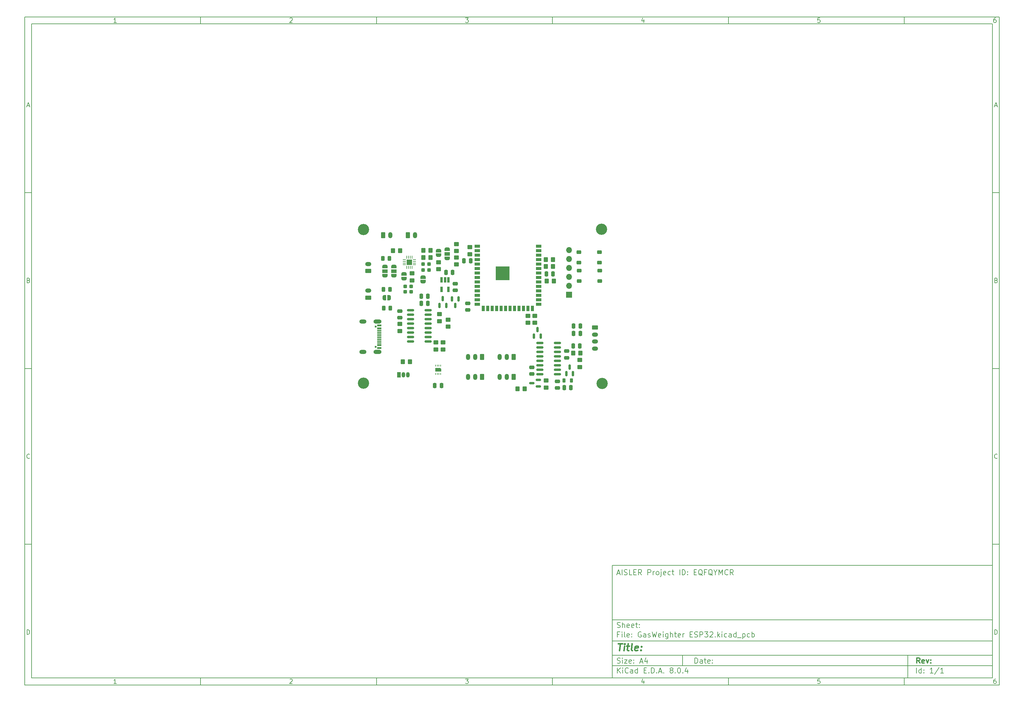
<source format=gbr>
%TF.GenerationSoftware,KiCad,Pcbnew,8.0.4*%
%TF.CreationDate,2024-08-29T22:36:47+02:00*%
%TF.ProjectId,GasWeighter ESP32,47617357-6569-4676-9874-657220455350,rev?*%
%TF.SameCoordinates,Original*%
%TF.FileFunction,Soldermask,Top*%
%TF.FilePolarity,Negative*%
%FSLAX46Y46*%
G04 Gerber Fmt 4.6, Leading zero omitted, Abs format (unit mm)*
G04 Created by KiCad (PCBNEW 8.0.4) date 2024-08-29 22:36:47*
%MOMM*%
%LPD*%
G01*
G04 APERTURE LIST*
G04 Aperture macros list*
%AMRoundRect*
0 Rectangle with rounded corners*
0 $1 Rounding radius*
0 $2 $3 $4 $5 $6 $7 $8 $9 X,Y pos of 4 corners*
0 Add a 4 corners polygon primitive as box body*
4,1,4,$2,$3,$4,$5,$6,$7,$8,$9,$2,$3,0*
0 Add four circle primitives for the rounded corners*
1,1,$1+$1,$2,$3*
1,1,$1+$1,$4,$5*
1,1,$1+$1,$6,$7*
1,1,$1+$1,$8,$9*
0 Add four rect primitives between the rounded corners*
20,1,$1+$1,$2,$3,$4,$5,0*
20,1,$1+$1,$4,$5,$6,$7,0*
20,1,$1+$1,$6,$7,$8,$9,0*
20,1,$1+$1,$8,$9,$2,$3,0*%
%AMFreePoly0*
4,1,19,0.500000,-0.750000,0.000000,-0.750000,0.000000,-0.744911,-0.071157,-0.744911,-0.207708,-0.704816,-0.327430,-0.627875,-0.420627,-0.520320,-0.479746,-0.390866,-0.500000,-0.250000,-0.500000,0.250000,-0.479746,0.390866,-0.420627,0.520320,-0.327430,0.627875,-0.207708,0.704816,-0.071157,0.744911,0.000000,0.744911,0.000000,0.750000,0.500000,0.750000,0.500000,-0.750000,0.500000,-0.750000,
$1*%
%AMFreePoly1*
4,1,19,0.000000,0.744911,0.071157,0.744911,0.207708,0.704816,0.327430,0.627875,0.420627,0.520320,0.479746,0.390866,0.500000,0.250000,0.500000,-0.250000,0.479746,-0.390866,0.420627,-0.520320,0.327430,-0.627875,0.207708,-0.704816,0.071157,-0.744911,0.000000,-0.744911,0.000000,-0.750000,-0.500000,-0.750000,-0.500000,0.750000,0.000000,0.750000,0.000000,0.744911,0.000000,0.744911,
$1*%
%AMFreePoly2*
4,1,19,0.550000,-0.750000,0.000000,-0.750000,0.000000,-0.744911,-0.071157,-0.744911,-0.207708,-0.704816,-0.327430,-0.627875,-0.420627,-0.520320,-0.479746,-0.390866,-0.500000,-0.250000,-0.500000,0.250000,-0.479746,0.390866,-0.420627,0.520320,-0.327430,0.627875,-0.207708,0.704816,-0.071157,0.744911,0.000000,0.744911,0.000000,0.750000,0.550000,0.750000,0.550000,-0.750000,0.550000,-0.750000,
$1*%
%AMFreePoly3*
4,1,19,0.000000,0.744911,0.071157,0.744911,0.207708,0.704816,0.327430,0.627875,0.420627,0.520320,0.479746,0.390866,0.500000,0.250000,0.500000,-0.250000,0.479746,-0.390866,0.420627,-0.520320,0.327430,-0.627875,0.207708,-0.704816,0.071157,-0.744911,0.000000,-0.744911,0.000000,-0.750000,-0.550000,-0.750000,-0.550000,0.750000,0.000000,0.750000,0.000000,0.744911,0.000000,0.744911,
$1*%
%AMFreePoly4*
4,1,6,0.500000,-0.850000,-0.500000,-0.850000,-0.500000,0.550000,-0.200000,0.850000,0.500000,0.850000,0.500000,-0.850000,0.500000,-0.850000,$1*%
G04 Aperture macros list end*
%ADD10C,0.100000*%
%ADD11C,0.150000*%
%ADD12C,0.300000*%
%ADD13C,0.400000*%
%ADD14RoundRect,0.250000X-0.250000X-0.475000X0.250000X-0.475000X0.250000X0.475000X-0.250000X0.475000X0*%
%ADD15RoundRect,0.237500X0.237500X-0.300000X0.237500X0.300000X-0.237500X0.300000X-0.237500X-0.300000X0*%
%ADD16C,3.200000*%
%ADD17RoundRect,0.250000X-0.350000X-0.625000X0.350000X-0.625000X0.350000X0.625000X-0.350000X0.625000X0*%
%ADD18O,1.200000X1.750000*%
%ADD19FreePoly0,180.000000*%
%ADD20FreePoly1,180.000000*%
%ADD21RoundRect,0.250000X0.250000X0.475000X-0.250000X0.475000X-0.250000X-0.475000X0.250000X-0.475000X0*%
%ADD22RoundRect,0.250000X0.350000X0.450000X-0.350000X0.450000X-0.350000X-0.450000X0.350000X-0.450000X0*%
%ADD23RoundRect,0.250000X0.350000X0.625000X-0.350000X0.625000X-0.350000X-0.625000X0.350000X-0.625000X0*%
%ADD24FreePoly2,270.000000*%
%ADD25R,1.500000X1.000000*%
%ADD26FreePoly3,270.000000*%
%ADD27RoundRect,0.150000X0.150000X-0.587500X0.150000X0.587500X-0.150000X0.587500X-0.150000X-0.587500X0*%
%ADD28RoundRect,0.250000X0.475000X-0.250000X0.475000X0.250000X-0.475000X0.250000X-0.475000X-0.250000X0*%
%ADD29RoundRect,0.150000X-0.150000X0.587500X-0.150000X-0.587500X0.150000X-0.587500X0.150000X0.587500X0*%
%ADD30RoundRect,0.150000X0.587500X0.150000X-0.587500X0.150000X-0.587500X-0.150000X0.587500X-0.150000X0*%
%ADD31RoundRect,0.250000X0.450000X-0.350000X0.450000X0.350000X-0.450000X0.350000X-0.450000X-0.350000X0*%
%ADD32R,0.250000X0.550000*%
%ADD33FreePoly4,270.000000*%
%ADD34RoundRect,0.150000X0.850000X0.150000X-0.850000X0.150000X-0.850000X-0.150000X0.850000X-0.150000X0*%
%ADD35RoundRect,0.243750X0.243750X0.456250X-0.243750X0.456250X-0.243750X-0.456250X0.243750X-0.456250X0*%
%ADD36RoundRect,0.250000X-0.450000X0.350000X-0.450000X-0.350000X0.450000X-0.350000X0.450000X0.350000X0*%
%ADD37RoundRect,0.275000X-0.400000X-0.275000X0.400000X-0.275000X0.400000X0.275000X-0.400000X0.275000X0*%
%ADD38RoundRect,0.250000X-0.350000X-0.450000X0.350000X-0.450000X0.350000X0.450000X-0.350000X0.450000X0*%
%ADD39RoundRect,0.062500X-0.062500X0.375000X-0.062500X-0.375000X0.062500X-0.375000X0.062500X0.375000X0*%
%ADD40RoundRect,0.062500X-0.375000X0.062500X-0.375000X-0.062500X0.375000X-0.062500X0.375000X0.062500X0*%
%ADD41R,1.600000X1.600000*%
%ADD42RoundRect,0.150000X-0.825000X-0.150000X0.825000X-0.150000X0.825000X0.150000X-0.825000X0.150000X0*%
%ADD43RoundRect,0.237500X-0.300000X-0.237500X0.300000X-0.237500X0.300000X0.237500X-0.300000X0.237500X0*%
%ADD44FreePoly0,90.000000*%
%ADD45FreePoly1,90.000000*%
%ADD46C,0.600000*%
%ADD47R,1.160000X0.600000*%
%ADD48R,1.160000X0.300000*%
%ADD49O,2.300000X1.200000*%
%ADD50O,2.000000X1.200000*%
%ADD51R,1.500000X0.900000*%
%ADD52R,0.900000X1.500000*%
%ADD53R,3.900000X3.900000*%
%ADD54R,0.650000X1.560000*%
%ADD55R,1.700000X1.700000*%
%ADD56O,1.700000X1.700000*%
%ADD57R,1.050000X1.500000*%
%ADD58O,1.050000X1.500000*%
%ADD59RoundRect,0.250000X0.625000X-0.350000X0.625000X0.350000X-0.625000X0.350000X-0.625000X-0.350000X0*%
%ADD60O,1.750000X1.200000*%
%ADD61FreePoly0,270.000000*%
%ADD62FreePoly1,270.000000*%
%ADD63RoundRect,0.250000X-0.475000X0.250000X-0.475000X-0.250000X0.475000X-0.250000X0.475000X0.250000X0*%
%ADD64RoundRect,0.250000X-0.625000X0.350000X-0.625000X-0.350000X0.625000X-0.350000X0.625000X0.350000X0*%
%ADD65FreePoly2,90.000000*%
%ADD66FreePoly3,90.000000*%
%ADD67RoundRect,0.218750X0.218750X0.381250X-0.218750X0.381250X-0.218750X-0.381250X0.218750X-0.381250X0*%
G04 APERTURE END LIST*
D10*
D11*
X177002200Y-166007200D02*
X285002200Y-166007200D01*
X285002200Y-198007200D01*
X177002200Y-198007200D01*
X177002200Y-166007200D01*
D10*
D11*
X10000000Y-10000000D02*
X287002200Y-10000000D01*
X287002200Y-200007200D01*
X10000000Y-200007200D01*
X10000000Y-10000000D01*
D10*
D11*
X12000000Y-12000000D02*
X285002200Y-12000000D01*
X285002200Y-198007200D01*
X12000000Y-198007200D01*
X12000000Y-12000000D01*
D10*
D11*
X60000000Y-12000000D02*
X60000000Y-10000000D01*
D10*
D11*
X110000000Y-12000000D02*
X110000000Y-10000000D01*
D10*
D11*
X160000000Y-12000000D02*
X160000000Y-10000000D01*
D10*
D11*
X210000000Y-12000000D02*
X210000000Y-10000000D01*
D10*
D11*
X260000000Y-12000000D02*
X260000000Y-10000000D01*
D10*
D11*
X36089160Y-11593604D02*
X35346303Y-11593604D01*
X35717731Y-11593604D02*
X35717731Y-10293604D01*
X35717731Y-10293604D02*
X35593922Y-10479319D01*
X35593922Y-10479319D02*
X35470112Y-10603128D01*
X35470112Y-10603128D02*
X35346303Y-10665033D01*
D10*
D11*
X85346303Y-10417414D02*
X85408207Y-10355509D01*
X85408207Y-10355509D02*
X85532017Y-10293604D01*
X85532017Y-10293604D02*
X85841541Y-10293604D01*
X85841541Y-10293604D02*
X85965350Y-10355509D01*
X85965350Y-10355509D02*
X86027255Y-10417414D01*
X86027255Y-10417414D02*
X86089160Y-10541223D01*
X86089160Y-10541223D02*
X86089160Y-10665033D01*
X86089160Y-10665033D02*
X86027255Y-10850747D01*
X86027255Y-10850747D02*
X85284398Y-11593604D01*
X85284398Y-11593604D02*
X86089160Y-11593604D01*
D10*
D11*
X135284398Y-10293604D02*
X136089160Y-10293604D01*
X136089160Y-10293604D02*
X135655826Y-10788842D01*
X135655826Y-10788842D02*
X135841541Y-10788842D01*
X135841541Y-10788842D02*
X135965350Y-10850747D01*
X135965350Y-10850747D02*
X136027255Y-10912652D01*
X136027255Y-10912652D02*
X136089160Y-11036461D01*
X136089160Y-11036461D02*
X136089160Y-11345985D01*
X136089160Y-11345985D02*
X136027255Y-11469795D01*
X136027255Y-11469795D02*
X135965350Y-11531700D01*
X135965350Y-11531700D02*
X135841541Y-11593604D01*
X135841541Y-11593604D02*
X135470112Y-11593604D01*
X135470112Y-11593604D02*
X135346303Y-11531700D01*
X135346303Y-11531700D02*
X135284398Y-11469795D01*
D10*
D11*
X185965350Y-10726938D02*
X185965350Y-11593604D01*
X185655826Y-10231700D02*
X185346303Y-11160271D01*
X185346303Y-11160271D02*
X186151064Y-11160271D01*
D10*
D11*
X236027255Y-10293604D02*
X235408207Y-10293604D01*
X235408207Y-10293604D02*
X235346303Y-10912652D01*
X235346303Y-10912652D02*
X235408207Y-10850747D01*
X235408207Y-10850747D02*
X235532017Y-10788842D01*
X235532017Y-10788842D02*
X235841541Y-10788842D01*
X235841541Y-10788842D02*
X235965350Y-10850747D01*
X235965350Y-10850747D02*
X236027255Y-10912652D01*
X236027255Y-10912652D02*
X236089160Y-11036461D01*
X236089160Y-11036461D02*
X236089160Y-11345985D01*
X236089160Y-11345985D02*
X236027255Y-11469795D01*
X236027255Y-11469795D02*
X235965350Y-11531700D01*
X235965350Y-11531700D02*
X235841541Y-11593604D01*
X235841541Y-11593604D02*
X235532017Y-11593604D01*
X235532017Y-11593604D02*
X235408207Y-11531700D01*
X235408207Y-11531700D02*
X235346303Y-11469795D01*
D10*
D11*
X285965350Y-10293604D02*
X285717731Y-10293604D01*
X285717731Y-10293604D02*
X285593922Y-10355509D01*
X285593922Y-10355509D02*
X285532017Y-10417414D01*
X285532017Y-10417414D02*
X285408207Y-10603128D01*
X285408207Y-10603128D02*
X285346303Y-10850747D01*
X285346303Y-10850747D02*
X285346303Y-11345985D01*
X285346303Y-11345985D02*
X285408207Y-11469795D01*
X285408207Y-11469795D02*
X285470112Y-11531700D01*
X285470112Y-11531700D02*
X285593922Y-11593604D01*
X285593922Y-11593604D02*
X285841541Y-11593604D01*
X285841541Y-11593604D02*
X285965350Y-11531700D01*
X285965350Y-11531700D02*
X286027255Y-11469795D01*
X286027255Y-11469795D02*
X286089160Y-11345985D01*
X286089160Y-11345985D02*
X286089160Y-11036461D01*
X286089160Y-11036461D02*
X286027255Y-10912652D01*
X286027255Y-10912652D02*
X285965350Y-10850747D01*
X285965350Y-10850747D02*
X285841541Y-10788842D01*
X285841541Y-10788842D02*
X285593922Y-10788842D01*
X285593922Y-10788842D02*
X285470112Y-10850747D01*
X285470112Y-10850747D02*
X285408207Y-10912652D01*
X285408207Y-10912652D02*
X285346303Y-11036461D01*
D10*
D11*
X60000000Y-198007200D02*
X60000000Y-200007200D01*
D10*
D11*
X110000000Y-198007200D02*
X110000000Y-200007200D01*
D10*
D11*
X160000000Y-198007200D02*
X160000000Y-200007200D01*
D10*
D11*
X210000000Y-198007200D02*
X210000000Y-200007200D01*
D10*
D11*
X260000000Y-198007200D02*
X260000000Y-200007200D01*
D10*
D11*
X36089160Y-199600804D02*
X35346303Y-199600804D01*
X35717731Y-199600804D02*
X35717731Y-198300804D01*
X35717731Y-198300804D02*
X35593922Y-198486519D01*
X35593922Y-198486519D02*
X35470112Y-198610328D01*
X35470112Y-198610328D02*
X35346303Y-198672233D01*
D10*
D11*
X85346303Y-198424614D02*
X85408207Y-198362709D01*
X85408207Y-198362709D02*
X85532017Y-198300804D01*
X85532017Y-198300804D02*
X85841541Y-198300804D01*
X85841541Y-198300804D02*
X85965350Y-198362709D01*
X85965350Y-198362709D02*
X86027255Y-198424614D01*
X86027255Y-198424614D02*
X86089160Y-198548423D01*
X86089160Y-198548423D02*
X86089160Y-198672233D01*
X86089160Y-198672233D02*
X86027255Y-198857947D01*
X86027255Y-198857947D02*
X85284398Y-199600804D01*
X85284398Y-199600804D02*
X86089160Y-199600804D01*
D10*
D11*
X135284398Y-198300804D02*
X136089160Y-198300804D01*
X136089160Y-198300804D02*
X135655826Y-198796042D01*
X135655826Y-198796042D02*
X135841541Y-198796042D01*
X135841541Y-198796042D02*
X135965350Y-198857947D01*
X135965350Y-198857947D02*
X136027255Y-198919852D01*
X136027255Y-198919852D02*
X136089160Y-199043661D01*
X136089160Y-199043661D02*
X136089160Y-199353185D01*
X136089160Y-199353185D02*
X136027255Y-199476995D01*
X136027255Y-199476995D02*
X135965350Y-199538900D01*
X135965350Y-199538900D02*
X135841541Y-199600804D01*
X135841541Y-199600804D02*
X135470112Y-199600804D01*
X135470112Y-199600804D02*
X135346303Y-199538900D01*
X135346303Y-199538900D02*
X135284398Y-199476995D01*
D10*
D11*
X185965350Y-198734138D02*
X185965350Y-199600804D01*
X185655826Y-198238900D02*
X185346303Y-199167471D01*
X185346303Y-199167471D02*
X186151064Y-199167471D01*
D10*
D11*
X236027255Y-198300804D02*
X235408207Y-198300804D01*
X235408207Y-198300804D02*
X235346303Y-198919852D01*
X235346303Y-198919852D02*
X235408207Y-198857947D01*
X235408207Y-198857947D02*
X235532017Y-198796042D01*
X235532017Y-198796042D02*
X235841541Y-198796042D01*
X235841541Y-198796042D02*
X235965350Y-198857947D01*
X235965350Y-198857947D02*
X236027255Y-198919852D01*
X236027255Y-198919852D02*
X236089160Y-199043661D01*
X236089160Y-199043661D02*
X236089160Y-199353185D01*
X236089160Y-199353185D02*
X236027255Y-199476995D01*
X236027255Y-199476995D02*
X235965350Y-199538900D01*
X235965350Y-199538900D02*
X235841541Y-199600804D01*
X235841541Y-199600804D02*
X235532017Y-199600804D01*
X235532017Y-199600804D02*
X235408207Y-199538900D01*
X235408207Y-199538900D02*
X235346303Y-199476995D01*
D10*
D11*
X285965350Y-198300804D02*
X285717731Y-198300804D01*
X285717731Y-198300804D02*
X285593922Y-198362709D01*
X285593922Y-198362709D02*
X285532017Y-198424614D01*
X285532017Y-198424614D02*
X285408207Y-198610328D01*
X285408207Y-198610328D02*
X285346303Y-198857947D01*
X285346303Y-198857947D02*
X285346303Y-199353185D01*
X285346303Y-199353185D02*
X285408207Y-199476995D01*
X285408207Y-199476995D02*
X285470112Y-199538900D01*
X285470112Y-199538900D02*
X285593922Y-199600804D01*
X285593922Y-199600804D02*
X285841541Y-199600804D01*
X285841541Y-199600804D02*
X285965350Y-199538900D01*
X285965350Y-199538900D02*
X286027255Y-199476995D01*
X286027255Y-199476995D02*
X286089160Y-199353185D01*
X286089160Y-199353185D02*
X286089160Y-199043661D01*
X286089160Y-199043661D02*
X286027255Y-198919852D01*
X286027255Y-198919852D02*
X285965350Y-198857947D01*
X285965350Y-198857947D02*
X285841541Y-198796042D01*
X285841541Y-198796042D02*
X285593922Y-198796042D01*
X285593922Y-198796042D02*
X285470112Y-198857947D01*
X285470112Y-198857947D02*
X285408207Y-198919852D01*
X285408207Y-198919852D02*
X285346303Y-199043661D01*
D10*
D11*
X10000000Y-60000000D02*
X12000000Y-60000000D01*
D10*
D11*
X10000000Y-110000000D02*
X12000000Y-110000000D01*
D10*
D11*
X10000000Y-160000000D02*
X12000000Y-160000000D01*
D10*
D11*
X10690476Y-35222176D02*
X11309523Y-35222176D01*
X10566666Y-35593604D02*
X10999999Y-34293604D01*
X10999999Y-34293604D02*
X11433333Y-35593604D01*
D10*
D11*
X11092857Y-84912652D02*
X11278571Y-84974557D01*
X11278571Y-84974557D02*
X11340476Y-85036461D01*
X11340476Y-85036461D02*
X11402380Y-85160271D01*
X11402380Y-85160271D02*
X11402380Y-85345985D01*
X11402380Y-85345985D02*
X11340476Y-85469795D01*
X11340476Y-85469795D02*
X11278571Y-85531700D01*
X11278571Y-85531700D02*
X11154761Y-85593604D01*
X11154761Y-85593604D02*
X10659523Y-85593604D01*
X10659523Y-85593604D02*
X10659523Y-84293604D01*
X10659523Y-84293604D02*
X11092857Y-84293604D01*
X11092857Y-84293604D02*
X11216666Y-84355509D01*
X11216666Y-84355509D02*
X11278571Y-84417414D01*
X11278571Y-84417414D02*
X11340476Y-84541223D01*
X11340476Y-84541223D02*
X11340476Y-84665033D01*
X11340476Y-84665033D02*
X11278571Y-84788842D01*
X11278571Y-84788842D02*
X11216666Y-84850747D01*
X11216666Y-84850747D02*
X11092857Y-84912652D01*
X11092857Y-84912652D02*
X10659523Y-84912652D01*
D10*
D11*
X11402380Y-135469795D02*
X11340476Y-135531700D01*
X11340476Y-135531700D02*
X11154761Y-135593604D01*
X11154761Y-135593604D02*
X11030952Y-135593604D01*
X11030952Y-135593604D02*
X10845238Y-135531700D01*
X10845238Y-135531700D02*
X10721428Y-135407890D01*
X10721428Y-135407890D02*
X10659523Y-135284080D01*
X10659523Y-135284080D02*
X10597619Y-135036461D01*
X10597619Y-135036461D02*
X10597619Y-134850747D01*
X10597619Y-134850747D02*
X10659523Y-134603128D01*
X10659523Y-134603128D02*
X10721428Y-134479319D01*
X10721428Y-134479319D02*
X10845238Y-134355509D01*
X10845238Y-134355509D02*
X11030952Y-134293604D01*
X11030952Y-134293604D02*
X11154761Y-134293604D01*
X11154761Y-134293604D02*
X11340476Y-134355509D01*
X11340476Y-134355509D02*
X11402380Y-134417414D01*
D10*
D11*
X10659523Y-185593604D02*
X10659523Y-184293604D01*
X10659523Y-184293604D02*
X10969047Y-184293604D01*
X10969047Y-184293604D02*
X11154761Y-184355509D01*
X11154761Y-184355509D02*
X11278571Y-184479319D01*
X11278571Y-184479319D02*
X11340476Y-184603128D01*
X11340476Y-184603128D02*
X11402380Y-184850747D01*
X11402380Y-184850747D02*
X11402380Y-185036461D01*
X11402380Y-185036461D02*
X11340476Y-185284080D01*
X11340476Y-185284080D02*
X11278571Y-185407890D01*
X11278571Y-185407890D02*
X11154761Y-185531700D01*
X11154761Y-185531700D02*
X10969047Y-185593604D01*
X10969047Y-185593604D02*
X10659523Y-185593604D01*
D10*
D11*
X287002200Y-60000000D02*
X285002200Y-60000000D01*
D10*
D11*
X287002200Y-110000000D02*
X285002200Y-110000000D01*
D10*
D11*
X287002200Y-160000000D02*
X285002200Y-160000000D01*
D10*
D11*
X285692676Y-35222176D02*
X286311723Y-35222176D01*
X285568866Y-35593604D02*
X286002199Y-34293604D01*
X286002199Y-34293604D02*
X286435533Y-35593604D01*
D10*
D11*
X286095057Y-84912652D02*
X286280771Y-84974557D01*
X286280771Y-84974557D02*
X286342676Y-85036461D01*
X286342676Y-85036461D02*
X286404580Y-85160271D01*
X286404580Y-85160271D02*
X286404580Y-85345985D01*
X286404580Y-85345985D02*
X286342676Y-85469795D01*
X286342676Y-85469795D02*
X286280771Y-85531700D01*
X286280771Y-85531700D02*
X286156961Y-85593604D01*
X286156961Y-85593604D02*
X285661723Y-85593604D01*
X285661723Y-85593604D02*
X285661723Y-84293604D01*
X285661723Y-84293604D02*
X286095057Y-84293604D01*
X286095057Y-84293604D02*
X286218866Y-84355509D01*
X286218866Y-84355509D02*
X286280771Y-84417414D01*
X286280771Y-84417414D02*
X286342676Y-84541223D01*
X286342676Y-84541223D02*
X286342676Y-84665033D01*
X286342676Y-84665033D02*
X286280771Y-84788842D01*
X286280771Y-84788842D02*
X286218866Y-84850747D01*
X286218866Y-84850747D02*
X286095057Y-84912652D01*
X286095057Y-84912652D02*
X285661723Y-84912652D01*
D10*
D11*
X286404580Y-135469795D02*
X286342676Y-135531700D01*
X286342676Y-135531700D02*
X286156961Y-135593604D01*
X286156961Y-135593604D02*
X286033152Y-135593604D01*
X286033152Y-135593604D02*
X285847438Y-135531700D01*
X285847438Y-135531700D02*
X285723628Y-135407890D01*
X285723628Y-135407890D02*
X285661723Y-135284080D01*
X285661723Y-135284080D02*
X285599819Y-135036461D01*
X285599819Y-135036461D02*
X285599819Y-134850747D01*
X285599819Y-134850747D02*
X285661723Y-134603128D01*
X285661723Y-134603128D02*
X285723628Y-134479319D01*
X285723628Y-134479319D02*
X285847438Y-134355509D01*
X285847438Y-134355509D02*
X286033152Y-134293604D01*
X286033152Y-134293604D02*
X286156961Y-134293604D01*
X286156961Y-134293604D02*
X286342676Y-134355509D01*
X286342676Y-134355509D02*
X286404580Y-134417414D01*
D10*
D11*
X285661723Y-185593604D02*
X285661723Y-184293604D01*
X285661723Y-184293604D02*
X285971247Y-184293604D01*
X285971247Y-184293604D02*
X286156961Y-184355509D01*
X286156961Y-184355509D02*
X286280771Y-184479319D01*
X286280771Y-184479319D02*
X286342676Y-184603128D01*
X286342676Y-184603128D02*
X286404580Y-184850747D01*
X286404580Y-184850747D02*
X286404580Y-185036461D01*
X286404580Y-185036461D02*
X286342676Y-185284080D01*
X286342676Y-185284080D02*
X286280771Y-185407890D01*
X286280771Y-185407890D02*
X286156961Y-185531700D01*
X286156961Y-185531700D02*
X285971247Y-185593604D01*
X285971247Y-185593604D02*
X285661723Y-185593604D01*
D10*
D11*
X200458026Y-193793328D02*
X200458026Y-192293328D01*
X200458026Y-192293328D02*
X200815169Y-192293328D01*
X200815169Y-192293328D02*
X201029455Y-192364757D01*
X201029455Y-192364757D02*
X201172312Y-192507614D01*
X201172312Y-192507614D02*
X201243741Y-192650471D01*
X201243741Y-192650471D02*
X201315169Y-192936185D01*
X201315169Y-192936185D02*
X201315169Y-193150471D01*
X201315169Y-193150471D02*
X201243741Y-193436185D01*
X201243741Y-193436185D02*
X201172312Y-193579042D01*
X201172312Y-193579042D02*
X201029455Y-193721900D01*
X201029455Y-193721900D02*
X200815169Y-193793328D01*
X200815169Y-193793328D02*
X200458026Y-193793328D01*
X202600884Y-193793328D02*
X202600884Y-193007614D01*
X202600884Y-193007614D02*
X202529455Y-192864757D01*
X202529455Y-192864757D02*
X202386598Y-192793328D01*
X202386598Y-192793328D02*
X202100884Y-192793328D01*
X202100884Y-192793328D02*
X201958026Y-192864757D01*
X202600884Y-193721900D02*
X202458026Y-193793328D01*
X202458026Y-193793328D02*
X202100884Y-193793328D01*
X202100884Y-193793328D02*
X201958026Y-193721900D01*
X201958026Y-193721900D02*
X201886598Y-193579042D01*
X201886598Y-193579042D02*
X201886598Y-193436185D01*
X201886598Y-193436185D02*
X201958026Y-193293328D01*
X201958026Y-193293328D02*
X202100884Y-193221900D01*
X202100884Y-193221900D02*
X202458026Y-193221900D01*
X202458026Y-193221900D02*
X202600884Y-193150471D01*
X203100884Y-192793328D02*
X203672312Y-192793328D01*
X203315169Y-192293328D02*
X203315169Y-193579042D01*
X203315169Y-193579042D02*
X203386598Y-193721900D01*
X203386598Y-193721900D02*
X203529455Y-193793328D01*
X203529455Y-193793328D02*
X203672312Y-193793328D01*
X204743741Y-193721900D02*
X204600884Y-193793328D01*
X204600884Y-193793328D02*
X204315170Y-193793328D01*
X204315170Y-193793328D02*
X204172312Y-193721900D01*
X204172312Y-193721900D02*
X204100884Y-193579042D01*
X204100884Y-193579042D02*
X204100884Y-193007614D01*
X204100884Y-193007614D02*
X204172312Y-192864757D01*
X204172312Y-192864757D02*
X204315170Y-192793328D01*
X204315170Y-192793328D02*
X204600884Y-192793328D01*
X204600884Y-192793328D02*
X204743741Y-192864757D01*
X204743741Y-192864757D02*
X204815170Y-193007614D01*
X204815170Y-193007614D02*
X204815170Y-193150471D01*
X204815170Y-193150471D02*
X204100884Y-193293328D01*
X205458026Y-193650471D02*
X205529455Y-193721900D01*
X205529455Y-193721900D02*
X205458026Y-193793328D01*
X205458026Y-193793328D02*
X205386598Y-193721900D01*
X205386598Y-193721900D02*
X205458026Y-193650471D01*
X205458026Y-193650471D02*
X205458026Y-193793328D01*
X205458026Y-192864757D02*
X205529455Y-192936185D01*
X205529455Y-192936185D02*
X205458026Y-193007614D01*
X205458026Y-193007614D02*
X205386598Y-192936185D01*
X205386598Y-192936185D02*
X205458026Y-192864757D01*
X205458026Y-192864757D02*
X205458026Y-193007614D01*
D10*
D11*
X177002200Y-194507200D02*
X285002200Y-194507200D01*
D10*
D11*
X178458026Y-196593328D02*
X178458026Y-195093328D01*
X179315169Y-196593328D02*
X178672312Y-195736185D01*
X179315169Y-195093328D02*
X178458026Y-195950471D01*
X179958026Y-196593328D02*
X179958026Y-195593328D01*
X179958026Y-195093328D02*
X179886598Y-195164757D01*
X179886598Y-195164757D02*
X179958026Y-195236185D01*
X179958026Y-195236185D02*
X180029455Y-195164757D01*
X180029455Y-195164757D02*
X179958026Y-195093328D01*
X179958026Y-195093328D02*
X179958026Y-195236185D01*
X181529455Y-196450471D02*
X181458027Y-196521900D01*
X181458027Y-196521900D02*
X181243741Y-196593328D01*
X181243741Y-196593328D02*
X181100884Y-196593328D01*
X181100884Y-196593328D02*
X180886598Y-196521900D01*
X180886598Y-196521900D02*
X180743741Y-196379042D01*
X180743741Y-196379042D02*
X180672312Y-196236185D01*
X180672312Y-196236185D02*
X180600884Y-195950471D01*
X180600884Y-195950471D02*
X180600884Y-195736185D01*
X180600884Y-195736185D02*
X180672312Y-195450471D01*
X180672312Y-195450471D02*
X180743741Y-195307614D01*
X180743741Y-195307614D02*
X180886598Y-195164757D01*
X180886598Y-195164757D02*
X181100884Y-195093328D01*
X181100884Y-195093328D02*
X181243741Y-195093328D01*
X181243741Y-195093328D02*
X181458027Y-195164757D01*
X181458027Y-195164757D02*
X181529455Y-195236185D01*
X182815170Y-196593328D02*
X182815170Y-195807614D01*
X182815170Y-195807614D02*
X182743741Y-195664757D01*
X182743741Y-195664757D02*
X182600884Y-195593328D01*
X182600884Y-195593328D02*
X182315170Y-195593328D01*
X182315170Y-195593328D02*
X182172312Y-195664757D01*
X182815170Y-196521900D02*
X182672312Y-196593328D01*
X182672312Y-196593328D02*
X182315170Y-196593328D01*
X182315170Y-196593328D02*
X182172312Y-196521900D01*
X182172312Y-196521900D02*
X182100884Y-196379042D01*
X182100884Y-196379042D02*
X182100884Y-196236185D01*
X182100884Y-196236185D02*
X182172312Y-196093328D01*
X182172312Y-196093328D02*
X182315170Y-196021900D01*
X182315170Y-196021900D02*
X182672312Y-196021900D01*
X182672312Y-196021900D02*
X182815170Y-195950471D01*
X184172313Y-196593328D02*
X184172313Y-195093328D01*
X184172313Y-196521900D02*
X184029455Y-196593328D01*
X184029455Y-196593328D02*
X183743741Y-196593328D01*
X183743741Y-196593328D02*
X183600884Y-196521900D01*
X183600884Y-196521900D02*
X183529455Y-196450471D01*
X183529455Y-196450471D02*
X183458027Y-196307614D01*
X183458027Y-196307614D02*
X183458027Y-195879042D01*
X183458027Y-195879042D02*
X183529455Y-195736185D01*
X183529455Y-195736185D02*
X183600884Y-195664757D01*
X183600884Y-195664757D02*
X183743741Y-195593328D01*
X183743741Y-195593328D02*
X184029455Y-195593328D01*
X184029455Y-195593328D02*
X184172313Y-195664757D01*
X186029455Y-195807614D02*
X186529455Y-195807614D01*
X186743741Y-196593328D02*
X186029455Y-196593328D01*
X186029455Y-196593328D02*
X186029455Y-195093328D01*
X186029455Y-195093328D02*
X186743741Y-195093328D01*
X187386598Y-196450471D02*
X187458027Y-196521900D01*
X187458027Y-196521900D02*
X187386598Y-196593328D01*
X187386598Y-196593328D02*
X187315170Y-196521900D01*
X187315170Y-196521900D02*
X187386598Y-196450471D01*
X187386598Y-196450471D02*
X187386598Y-196593328D01*
X188100884Y-196593328D02*
X188100884Y-195093328D01*
X188100884Y-195093328D02*
X188458027Y-195093328D01*
X188458027Y-195093328D02*
X188672313Y-195164757D01*
X188672313Y-195164757D02*
X188815170Y-195307614D01*
X188815170Y-195307614D02*
X188886599Y-195450471D01*
X188886599Y-195450471D02*
X188958027Y-195736185D01*
X188958027Y-195736185D02*
X188958027Y-195950471D01*
X188958027Y-195950471D02*
X188886599Y-196236185D01*
X188886599Y-196236185D02*
X188815170Y-196379042D01*
X188815170Y-196379042D02*
X188672313Y-196521900D01*
X188672313Y-196521900D02*
X188458027Y-196593328D01*
X188458027Y-196593328D02*
X188100884Y-196593328D01*
X189600884Y-196450471D02*
X189672313Y-196521900D01*
X189672313Y-196521900D02*
X189600884Y-196593328D01*
X189600884Y-196593328D02*
X189529456Y-196521900D01*
X189529456Y-196521900D02*
X189600884Y-196450471D01*
X189600884Y-196450471D02*
X189600884Y-196593328D01*
X190243742Y-196164757D02*
X190958028Y-196164757D01*
X190100885Y-196593328D02*
X190600885Y-195093328D01*
X190600885Y-195093328D02*
X191100885Y-196593328D01*
X191600884Y-196450471D02*
X191672313Y-196521900D01*
X191672313Y-196521900D02*
X191600884Y-196593328D01*
X191600884Y-196593328D02*
X191529456Y-196521900D01*
X191529456Y-196521900D02*
X191600884Y-196450471D01*
X191600884Y-196450471D02*
X191600884Y-196593328D01*
X193672313Y-195736185D02*
X193529456Y-195664757D01*
X193529456Y-195664757D02*
X193458027Y-195593328D01*
X193458027Y-195593328D02*
X193386599Y-195450471D01*
X193386599Y-195450471D02*
X193386599Y-195379042D01*
X193386599Y-195379042D02*
X193458027Y-195236185D01*
X193458027Y-195236185D02*
X193529456Y-195164757D01*
X193529456Y-195164757D02*
X193672313Y-195093328D01*
X193672313Y-195093328D02*
X193958027Y-195093328D01*
X193958027Y-195093328D02*
X194100885Y-195164757D01*
X194100885Y-195164757D02*
X194172313Y-195236185D01*
X194172313Y-195236185D02*
X194243742Y-195379042D01*
X194243742Y-195379042D02*
X194243742Y-195450471D01*
X194243742Y-195450471D02*
X194172313Y-195593328D01*
X194172313Y-195593328D02*
X194100885Y-195664757D01*
X194100885Y-195664757D02*
X193958027Y-195736185D01*
X193958027Y-195736185D02*
X193672313Y-195736185D01*
X193672313Y-195736185D02*
X193529456Y-195807614D01*
X193529456Y-195807614D02*
X193458027Y-195879042D01*
X193458027Y-195879042D02*
X193386599Y-196021900D01*
X193386599Y-196021900D02*
X193386599Y-196307614D01*
X193386599Y-196307614D02*
X193458027Y-196450471D01*
X193458027Y-196450471D02*
X193529456Y-196521900D01*
X193529456Y-196521900D02*
X193672313Y-196593328D01*
X193672313Y-196593328D02*
X193958027Y-196593328D01*
X193958027Y-196593328D02*
X194100885Y-196521900D01*
X194100885Y-196521900D02*
X194172313Y-196450471D01*
X194172313Y-196450471D02*
X194243742Y-196307614D01*
X194243742Y-196307614D02*
X194243742Y-196021900D01*
X194243742Y-196021900D02*
X194172313Y-195879042D01*
X194172313Y-195879042D02*
X194100885Y-195807614D01*
X194100885Y-195807614D02*
X193958027Y-195736185D01*
X194886598Y-196450471D02*
X194958027Y-196521900D01*
X194958027Y-196521900D02*
X194886598Y-196593328D01*
X194886598Y-196593328D02*
X194815170Y-196521900D01*
X194815170Y-196521900D02*
X194886598Y-196450471D01*
X194886598Y-196450471D02*
X194886598Y-196593328D01*
X195886599Y-195093328D02*
X196029456Y-195093328D01*
X196029456Y-195093328D02*
X196172313Y-195164757D01*
X196172313Y-195164757D02*
X196243742Y-195236185D01*
X196243742Y-195236185D02*
X196315170Y-195379042D01*
X196315170Y-195379042D02*
X196386599Y-195664757D01*
X196386599Y-195664757D02*
X196386599Y-196021900D01*
X196386599Y-196021900D02*
X196315170Y-196307614D01*
X196315170Y-196307614D02*
X196243742Y-196450471D01*
X196243742Y-196450471D02*
X196172313Y-196521900D01*
X196172313Y-196521900D02*
X196029456Y-196593328D01*
X196029456Y-196593328D02*
X195886599Y-196593328D01*
X195886599Y-196593328D02*
X195743742Y-196521900D01*
X195743742Y-196521900D02*
X195672313Y-196450471D01*
X195672313Y-196450471D02*
X195600884Y-196307614D01*
X195600884Y-196307614D02*
X195529456Y-196021900D01*
X195529456Y-196021900D02*
X195529456Y-195664757D01*
X195529456Y-195664757D02*
X195600884Y-195379042D01*
X195600884Y-195379042D02*
X195672313Y-195236185D01*
X195672313Y-195236185D02*
X195743742Y-195164757D01*
X195743742Y-195164757D02*
X195886599Y-195093328D01*
X197029455Y-196450471D02*
X197100884Y-196521900D01*
X197100884Y-196521900D02*
X197029455Y-196593328D01*
X197029455Y-196593328D02*
X196958027Y-196521900D01*
X196958027Y-196521900D02*
X197029455Y-196450471D01*
X197029455Y-196450471D02*
X197029455Y-196593328D01*
X198386599Y-195593328D02*
X198386599Y-196593328D01*
X198029456Y-195021900D02*
X197672313Y-196093328D01*
X197672313Y-196093328D02*
X198600884Y-196093328D01*
D10*
D11*
X177002200Y-191507200D02*
X285002200Y-191507200D01*
D10*
D12*
X264413853Y-193785528D02*
X263913853Y-193071242D01*
X263556710Y-193785528D02*
X263556710Y-192285528D01*
X263556710Y-192285528D02*
X264128139Y-192285528D01*
X264128139Y-192285528D02*
X264270996Y-192356957D01*
X264270996Y-192356957D02*
X264342425Y-192428385D01*
X264342425Y-192428385D02*
X264413853Y-192571242D01*
X264413853Y-192571242D02*
X264413853Y-192785528D01*
X264413853Y-192785528D02*
X264342425Y-192928385D01*
X264342425Y-192928385D02*
X264270996Y-192999814D01*
X264270996Y-192999814D02*
X264128139Y-193071242D01*
X264128139Y-193071242D02*
X263556710Y-193071242D01*
X265628139Y-193714100D02*
X265485282Y-193785528D01*
X265485282Y-193785528D02*
X265199568Y-193785528D01*
X265199568Y-193785528D02*
X265056710Y-193714100D01*
X265056710Y-193714100D02*
X264985282Y-193571242D01*
X264985282Y-193571242D02*
X264985282Y-192999814D01*
X264985282Y-192999814D02*
X265056710Y-192856957D01*
X265056710Y-192856957D02*
X265199568Y-192785528D01*
X265199568Y-192785528D02*
X265485282Y-192785528D01*
X265485282Y-192785528D02*
X265628139Y-192856957D01*
X265628139Y-192856957D02*
X265699568Y-192999814D01*
X265699568Y-192999814D02*
X265699568Y-193142671D01*
X265699568Y-193142671D02*
X264985282Y-193285528D01*
X266199567Y-192785528D02*
X266556710Y-193785528D01*
X266556710Y-193785528D02*
X266913853Y-192785528D01*
X267485281Y-193642671D02*
X267556710Y-193714100D01*
X267556710Y-193714100D02*
X267485281Y-193785528D01*
X267485281Y-193785528D02*
X267413853Y-193714100D01*
X267413853Y-193714100D02*
X267485281Y-193642671D01*
X267485281Y-193642671D02*
X267485281Y-193785528D01*
X267485281Y-192856957D02*
X267556710Y-192928385D01*
X267556710Y-192928385D02*
X267485281Y-192999814D01*
X267485281Y-192999814D02*
X267413853Y-192928385D01*
X267413853Y-192928385D02*
X267485281Y-192856957D01*
X267485281Y-192856957D02*
X267485281Y-192999814D01*
D10*
D11*
X178386598Y-193721900D02*
X178600884Y-193793328D01*
X178600884Y-193793328D02*
X178958026Y-193793328D01*
X178958026Y-193793328D02*
X179100884Y-193721900D01*
X179100884Y-193721900D02*
X179172312Y-193650471D01*
X179172312Y-193650471D02*
X179243741Y-193507614D01*
X179243741Y-193507614D02*
X179243741Y-193364757D01*
X179243741Y-193364757D02*
X179172312Y-193221900D01*
X179172312Y-193221900D02*
X179100884Y-193150471D01*
X179100884Y-193150471D02*
X178958026Y-193079042D01*
X178958026Y-193079042D02*
X178672312Y-193007614D01*
X178672312Y-193007614D02*
X178529455Y-192936185D01*
X178529455Y-192936185D02*
X178458026Y-192864757D01*
X178458026Y-192864757D02*
X178386598Y-192721900D01*
X178386598Y-192721900D02*
X178386598Y-192579042D01*
X178386598Y-192579042D02*
X178458026Y-192436185D01*
X178458026Y-192436185D02*
X178529455Y-192364757D01*
X178529455Y-192364757D02*
X178672312Y-192293328D01*
X178672312Y-192293328D02*
X179029455Y-192293328D01*
X179029455Y-192293328D02*
X179243741Y-192364757D01*
X179886597Y-193793328D02*
X179886597Y-192793328D01*
X179886597Y-192293328D02*
X179815169Y-192364757D01*
X179815169Y-192364757D02*
X179886597Y-192436185D01*
X179886597Y-192436185D02*
X179958026Y-192364757D01*
X179958026Y-192364757D02*
X179886597Y-192293328D01*
X179886597Y-192293328D02*
X179886597Y-192436185D01*
X180458026Y-192793328D02*
X181243741Y-192793328D01*
X181243741Y-192793328D02*
X180458026Y-193793328D01*
X180458026Y-193793328D02*
X181243741Y-193793328D01*
X182386598Y-193721900D02*
X182243741Y-193793328D01*
X182243741Y-193793328D02*
X181958027Y-193793328D01*
X181958027Y-193793328D02*
X181815169Y-193721900D01*
X181815169Y-193721900D02*
X181743741Y-193579042D01*
X181743741Y-193579042D02*
X181743741Y-193007614D01*
X181743741Y-193007614D02*
X181815169Y-192864757D01*
X181815169Y-192864757D02*
X181958027Y-192793328D01*
X181958027Y-192793328D02*
X182243741Y-192793328D01*
X182243741Y-192793328D02*
X182386598Y-192864757D01*
X182386598Y-192864757D02*
X182458027Y-193007614D01*
X182458027Y-193007614D02*
X182458027Y-193150471D01*
X182458027Y-193150471D02*
X181743741Y-193293328D01*
X183100883Y-193650471D02*
X183172312Y-193721900D01*
X183172312Y-193721900D02*
X183100883Y-193793328D01*
X183100883Y-193793328D02*
X183029455Y-193721900D01*
X183029455Y-193721900D02*
X183100883Y-193650471D01*
X183100883Y-193650471D02*
X183100883Y-193793328D01*
X183100883Y-192864757D02*
X183172312Y-192936185D01*
X183172312Y-192936185D02*
X183100883Y-193007614D01*
X183100883Y-193007614D02*
X183029455Y-192936185D01*
X183029455Y-192936185D02*
X183100883Y-192864757D01*
X183100883Y-192864757D02*
X183100883Y-193007614D01*
X184886598Y-193364757D02*
X185600884Y-193364757D01*
X184743741Y-193793328D02*
X185243741Y-192293328D01*
X185243741Y-192293328D02*
X185743741Y-193793328D01*
X186886598Y-192793328D02*
X186886598Y-193793328D01*
X186529455Y-192221900D02*
X186172312Y-193293328D01*
X186172312Y-193293328D02*
X187100883Y-193293328D01*
D10*
D11*
X263458026Y-196593328D02*
X263458026Y-195093328D01*
X264815170Y-196593328D02*
X264815170Y-195093328D01*
X264815170Y-196521900D02*
X264672312Y-196593328D01*
X264672312Y-196593328D02*
X264386598Y-196593328D01*
X264386598Y-196593328D02*
X264243741Y-196521900D01*
X264243741Y-196521900D02*
X264172312Y-196450471D01*
X264172312Y-196450471D02*
X264100884Y-196307614D01*
X264100884Y-196307614D02*
X264100884Y-195879042D01*
X264100884Y-195879042D02*
X264172312Y-195736185D01*
X264172312Y-195736185D02*
X264243741Y-195664757D01*
X264243741Y-195664757D02*
X264386598Y-195593328D01*
X264386598Y-195593328D02*
X264672312Y-195593328D01*
X264672312Y-195593328D02*
X264815170Y-195664757D01*
X265529455Y-196450471D02*
X265600884Y-196521900D01*
X265600884Y-196521900D02*
X265529455Y-196593328D01*
X265529455Y-196593328D02*
X265458027Y-196521900D01*
X265458027Y-196521900D02*
X265529455Y-196450471D01*
X265529455Y-196450471D02*
X265529455Y-196593328D01*
X265529455Y-195664757D02*
X265600884Y-195736185D01*
X265600884Y-195736185D02*
X265529455Y-195807614D01*
X265529455Y-195807614D02*
X265458027Y-195736185D01*
X265458027Y-195736185D02*
X265529455Y-195664757D01*
X265529455Y-195664757D02*
X265529455Y-195807614D01*
X268172313Y-196593328D02*
X267315170Y-196593328D01*
X267743741Y-196593328D02*
X267743741Y-195093328D01*
X267743741Y-195093328D02*
X267600884Y-195307614D01*
X267600884Y-195307614D02*
X267458027Y-195450471D01*
X267458027Y-195450471D02*
X267315170Y-195521900D01*
X269886598Y-195021900D02*
X268600884Y-196950471D01*
X271172313Y-196593328D02*
X270315170Y-196593328D01*
X270743741Y-196593328D02*
X270743741Y-195093328D01*
X270743741Y-195093328D02*
X270600884Y-195307614D01*
X270600884Y-195307614D02*
X270458027Y-195450471D01*
X270458027Y-195450471D02*
X270315170Y-195521900D01*
D10*
D11*
X177002200Y-187507200D02*
X285002200Y-187507200D01*
D10*
D13*
X178693928Y-188211638D02*
X179836785Y-188211638D01*
X179015357Y-190211638D02*
X179265357Y-188211638D01*
X180253452Y-190211638D02*
X180420119Y-188878304D01*
X180503452Y-188211638D02*
X180396309Y-188306876D01*
X180396309Y-188306876D02*
X180479643Y-188402114D01*
X180479643Y-188402114D02*
X180586786Y-188306876D01*
X180586786Y-188306876D02*
X180503452Y-188211638D01*
X180503452Y-188211638D02*
X180479643Y-188402114D01*
X181086786Y-188878304D02*
X181848690Y-188878304D01*
X181455833Y-188211638D02*
X181241548Y-189925923D01*
X181241548Y-189925923D02*
X181312976Y-190116400D01*
X181312976Y-190116400D02*
X181491548Y-190211638D01*
X181491548Y-190211638D02*
X181682024Y-190211638D01*
X182634405Y-190211638D02*
X182455833Y-190116400D01*
X182455833Y-190116400D02*
X182384405Y-189925923D01*
X182384405Y-189925923D02*
X182598690Y-188211638D01*
X184170119Y-190116400D02*
X183967738Y-190211638D01*
X183967738Y-190211638D02*
X183586785Y-190211638D01*
X183586785Y-190211638D02*
X183408214Y-190116400D01*
X183408214Y-190116400D02*
X183336785Y-189925923D01*
X183336785Y-189925923D02*
X183432024Y-189164019D01*
X183432024Y-189164019D02*
X183551071Y-188973542D01*
X183551071Y-188973542D02*
X183753452Y-188878304D01*
X183753452Y-188878304D02*
X184134404Y-188878304D01*
X184134404Y-188878304D02*
X184312976Y-188973542D01*
X184312976Y-188973542D02*
X184384404Y-189164019D01*
X184384404Y-189164019D02*
X184360595Y-189354495D01*
X184360595Y-189354495D02*
X183384404Y-189544971D01*
X185134405Y-190021161D02*
X185217738Y-190116400D01*
X185217738Y-190116400D02*
X185110595Y-190211638D01*
X185110595Y-190211638D02*
X185027262Y-190116400D01*
X185027262Y-190116400D02*
X185134405Y-190021161D01*
X185134405Y-190021161D02*
X185110595Y-190211638D01*
X185265357Y-188973542D02*
X185348690Y-189068780D01*
X185348690Y-189068780D02*
X185241548Y-189164019D01*
X185241548Y-189164019D02*
X185158214Y-189068780D01*
X185158214Y-189068780D02*
X185265357Y-188973542D01*
X185265357Y-188973542D02*
X185241548Y-189164019D01*
D10*
D11*
X178958026Y-185607614D02*
X178458026Y-185607614D01*
X178458026Y-186393328D02*
X178458026Y-184893328D01*
X178458026Y-184893328D02*
X179172312Y-184893328D01*
X179743740Y-186393328D02*
X179743740Y-185393328D01*
X179743740Y-184893328D02*
X179672312Y-184964757D01*
X179672312Y-184964757D02*
X179743740Y-185036185D01*
X179743740Y-185036185D02*
X179815169Y-184964757D01*
X179815169Y-184964757D02*
X179743740Y-184893328D01*
X179743740Y-184893328D02*
X179743740Y-185036185D01*
X180672312Y-186393328D02*
X180529455Y-186321900D01*
X180529455Y-186321900D02*
X180458026Y-186179042D01*
X180458026Y-186179042D02*
X180458026Y-184893328D01*
X181815169Y-186321900D02*
X181672312Y-186393328D01*
X181672312Y-186393328D02*
X181386598Y-186393328D01*
X181386598Y-186393328D02*
X181243740Y-186321900D01*
X181243740Y-186321900D02*
X181172312Y-186179042D01*
X181172312Y-186179042D02*
X181172312Y-185607614D01*
X181172312Y-185607614D02*
X181243740Y-185464757D01*
X181243740Y-185464757D02*
X181386598Y-185393328D01*
X181386598Y-185393328D02*
X181672312Y-185393328D01*
X181672312Y-185393328D02*
X181815169Y-185464757D01*
X181815169Y-185464757D02*
X181886598Y-185607614D01*
X181886598Y-185607614D02*
X181886598Y-185750471D01*
X181886598Y-185750471D02*
X181172312Y-185893328D01*
X182529454Y-186250471D02*
X182600883Y-186321900D01*
X182600883Y-186321900D02*
X182529454Y-186393328D01*
X182529454Y-186393328D02*
X182458026Y-186321900D01*
X182458026Y-186321900D02*
X182529454Y-186250471D01*
X182529454Y-186250471D02*
X182529454Y-186393328D01*
X182529454Y-185464757D02*
X182600883Y-185536185D01*
X182600883Y-185536185D02*
X182529454Y-185607614D01*
X182529454Y-185607614D02*
X182458026Y-185536185D01*
X182458026Y-185536185D02*
X182529454Y-185464757D01*
X182529454Y-185464757D02*
X182529454Y-185607614D01*
X185172312Y-184964757D02*
X185029455Y-184893328D01*
X185029455Y-184893328D02*
X184815169Y-184893328D01*
X184815169Y-184893328D02*
X184600883Y-184964757D01*
X184600883Y-184964757D02*
X184458026Y-185107614D01*
X184458026Y-185107614D02*
X184386597Y-185250471D01*
X184386597Y-185250471D02*
X184315169Y-185536185D01*
X184315169Y-185536185D02*
X184315169Y-185750471D01*
X184315169Y-185750471D02*
X184386597Y-186036185D01*
X184386597Y-186036185D02*
X184458026Y-186179042D01*
X184458026Y-186179042D02*
X184600883Y-186321900D01*
X184600883Y-186321900D02*
X184815169Y-186393328D01*
X184815169Y-186393328D02*
X184958026Y-186393328D01*
X184958026Y-186393328D02*
X185172312Y-186321900D01*
X185172312Y-186321900D02*
X185243740Y-186250471D01*
X185243740Y-186250471D02*
X185243740Y-185750471D01*
X185243740Y-185750471D02*
X184958026Y-185750471D01*
X186529455Y-186393328D02*
X186529455Y-185607614D01*
X186529455Y-185607614D02*
X186458026Y-185464757D01*
X186458026Y-185464757D02*
X186315169Y-185393328D01*
X186315169Y-185393328D02*
X186029455Y-185393328D01*
X186029455Y-185393328D02*
X185886597Y-185464757D01*
X186529455Y-186321900D02*
X186386597Y-186393328D01*
X186386597Y-186393328D02*
X186029455Y-186393328D01*
X186029455Y-186393328D02*
X185886597Y-186321900D01*
X185886597Y-186321900D02*
X185815169Y-186179042D01*
X185815169Y-186179042D02*
X185815169Y-186036185D01*
X185815169Y-186036185D02*
X185886597Y-185893328D01*
X185886597Y-185893328D02*
X186029455Y-185821900D01*
X186029455Y-185821900D02*
X186386597Y-185821900D01*
X186386597Y-185821900D02*
X186529455Y-185750471D01*
X187172312Y-186321900D02*
X187315169Y-186393328D01*
X187315169Y-186393328D02*
X187600883Y-186393328D01*
X187600883Y-186393328D02*
X187743740Y-186321900D01*
X187743740Y-186321900D02*
X187815169Y-186179042D01*
X187815169Y-186179042D02*
X187815169Y-186107614D01*
X187815169Y-186107614D02*
X187743740Y-185964757D01*
X187743740Y-185964757D02*
X187600883Y-185893328D01*
X187600883Y-185893328D02*
X187386598Y-185893328D01*
X187386598Y-185893328D02*
X187243740Y-185821900D01*
X187243740Y-185821900D02*
X187172312Y-185679042D01*
X187172312Y-185679042D02*
X187172312Y-185607614D01*
X187172312Y-185607614D02*
X187243740Y-185464757D01*
X187243740Y-185464757D02*
X187386598Y-185393328D01*
X187386598Y-185393328D02*
X187600883Y-185393328D01*
X187600883Y-185393328D02*
X187743740Y-185464757D01*
X188315169Y-184893328D02*
X188672312Y-186393328D01*
X188672312Y-186393328D02*
X188958026Y-185321900D01*
X188958026Y-185321900D02*
X189243741Y-186393328D01*
X189243741Y-186393328D02*
X189600884Y-184893328D01*
X190743741Y-186321900D02*
X190600884Y-186393328D01*
X190600884Y-186393328D02*
X190315170Y-186393328D01*
X190315170Y-186393328D02*
X190172312Y-186321900D01*
X190172312Y-186321900D02*
X190100884Y-186179042D01*
X190100884Y-186179042D02*
X190100884Y-185607614D01*
X190100884Y-185607614D02*
X190172312Y-185464757D01*
X190172312Y-185464757D02*
X190315170Y-185393328D01*
X190315170Y-185393328D02*
X190600884Y-185393328D01*
X190600884Y-185393328D02*
X190743741Y-185464757D01*
X190743741Y-185464757D02*
X190815170Y-185607614D01*
X190815170Y-185607614D02*
X190815170Y-185750471D01*
X190815170Y-185750471D02*
X190100884Y-185893328D01*
X191458026Y-186393328D02*
X191458026Y-185393328D01*
X191458026Y-184893328D02*
X191386598Y-184964757D01*
X191386598Y-184964757D02*
X191458026Y-185036185D01*
X191458026Y-185036185D02*
X191529455Y-184964757D01*
X191529455Y-184964757D02*
X191458026Y-184893328D01*
X191458026Y-184893328D02*
X191458026Y-185036185D01*
X192815170Y-185393328D02*
X192815170Y-186607614D01*
X192815170Y-186607614D02*
X192743741Y-186750471D01*
X192743741Y-186750471D02*
X192672312Y-186821900D01*
X192672312Y-186821900D02*
X192529455Y-186893328D01*
X192529455Y-186893328D02*
X192315170Y-186893328D01*
X192315170Y-186893328D02*
X192172312Y-186821900D01*
X192815170Y-186321900D02*
X192672312Y-186393328D01*
X192672312Y-186393328D02*
X192386598Y-186393328D01*
X192386598Y-186393328D02*
X192243741Y-186321900D01*
X192243741Y-186321900D02*
X192172312Y-186250471D01*
X192172312Y-186250471D02*
X192100884Y-186107614D01*
X192100884Y-186107614D02*
X192100884Y-185679042D01*
X192100884Y-185679042D02*
X192172312Y-185536185D01*
X192172312Y-185536185D02*
X192243741Y-185464757D01*
X192243741Y-185464757D02*
X192386598Y-185393328D01*
X192386598Y-185393328D02*
X192672312Y-185393328D01*
X192672312Y-185393328D02*
X192815170Y-185464757D01*
X193529455Y-186393328D02*
X193529455Y-184893328D01*
X194172313Y-186393328D02*
X194172313Y-185607614D01*
X194172313Y-185607614D02*
X194100884Y-185464757D01*
X194100884Y-185464757D02*
X193958027Y-185393328D01*
X193958027Y-185393328D02*
X193743741Y-185393328D01*
X193743741Y-185393328D02*
X193600884Y-185464757D01*
X193600884Y-185464757D02*
X193529455Y-185536185D01*
X194672313Y-185393328D02*
X195243741Y-185393328D01*
X194886598Y-184893328D02*
X194886598Y-186179042D01*
X194886598Y-186179042D02*
X194958027Y-186321900D01*
X194958027Y-186321900D02*
X195100884Y-186393328D01*
X195100884Y-186393328D02*
X195243741Y-186393328D01*
X196315170Y-186321900D02*
X196172313Y-186393328D01*
X196172313Y-186393328D02*
X195886599Y-186393328D01*
X195886599Y-186393328D02*
X195743741Y-186321900D01*
X195743741Y-186321900D02*
X195672313Y-186179042D01*
X195672313Y-186179042D02*
X195672313Y-185607614D01*
X195672313Y-185607614D02*
X195743741Y-185464757D01*
X195743741Y-185464757D02*
X195886599Y-185393328D01*
X195886599Y-185393328D02*
X196172313Y-185393328D01*
X196172313Y-185393328D02*
X196315170Y-185464757D01*
X196315170Y-185464757D02*
X196386599Y-185607614D01*
X196386599Y-185607614D02*
X196386599Y-185750471D01*
X196386599Y-185750471D02*
X195672313Y-185893328D01*
X197029455Y-186393328D02*
X197029455Y-185393328D01*
X197029455Y-185679042D02*
X197100884Y-185536185D01*
X197100884Y-185536185D02*
X197172313Y-185464757D01*
X197172313Y-185464757D02*
X197315170Y-185393328D01*
X197315170Y-185393328D02*
X197458027Y-185393328D01*
X199100883Y-185607614D02*
X199600883Y-185607614D01*
X199815169Y-186393328D02*
X199100883Y-186393328D01*
X199100883Y-186393328D02*
X199100883Y-184893328D01*
X199100883Y-184893328D02*
X199815169Y-184893328D01*
X200386598Y-186321900D02*
X200600884Y-186393328D01*
X200600884Y-186393328D02*
X200958026Y-186393328D01*
X200958026Y-186393328D02*
X201100884Y-186321900D01*
X201100884Y-186321900D02*
X201172312Y-186250471D01*
X201172312Y-186250471D02*
X201243741Y-186107614D01*
X201243741Y-186107614D02*
X201243741Y-185964757D01*
X201243741Y-185964757D02*
X201172312Y-185821900D01*
X201172312Y-185821900D02*
X201100884Y-185750471D01*
X201100884Y-185750471D02*
X200958026Y-185679042D01*
X200958026Y-185679042D02*
X200672312Y-185607614D01*
X200672312Y-185607614D02*
X200529455Y-185536185D01*
X200529455Y-185536185D02*
X200458026Y-185464757D01*
X200458026Y-185464757D02*
X200386598Y-185321900D01*
X200386598Y-185321900D02*
X200386598Y-185179042D01*
X200386598Y-185179042D02*
X200458026Y-185036185D01*
X200458026Y-185036185D02*
X200529455Y-184964757D01*
X200529455Y-184964757D02*
X200672312Y-184893328D01*
X200672312Y-184893328D02*
X201029455Y-184893328D01*
X201029455Y-184893328D02*
X201243741Y-184964757D01*
X201886597Y-186393328D02*
X201886597Y-184893328D01*
X201886597Y-184893328D02*
X202458026Y-184893328D01*
X202458026Y-184893328D02*
X202600883Y-184964757D01*
X202600883Y-184964757D02*
X202672312Y-185036185D01*
X202672312Y-185036185D02*
X202743740Y-185179042D01*
X202743740Y-185179042D02*
X202743740Y-185393328D01*
X202743740Y-185393328D02*
X202672312Y-185536185D01*
X202672312Y-185536185D02*
X202600883Y-185607614D01*
X202600883Y-185607614D02*
X202458026Y-185679042D01*
X202458026Y-185679042D02*
X201886597Y-185679042D01*
X203243740Y-184893328D02*
X204172312Y-184893328D01*
X204172312Y-184893328D02*
X203672312Y-185464757D01*
X203672312Y-185464757D02*
X203886597Y-185464757D01*
X203886597Y-185464757D02*
X204029455Y-185536185D01*
X204029455Y-185536185D02*
X204100883Y-185607614D01*
X204100883Y-185607614D02*
X204172312Y-185750471D01*
X204172312Y-185750471D02*
X204172312Y-186107614D01*
X204172312Y-186107614D02*
X204100883Y-186250471D01*
X204100883Y-186250471D02*
X204029455Y-186321900D01*
X204029455Y-186321900D02*
X203886597Y-186393328D01*
X203886597Y-186393328D02*
X203458026Y-186393328D01*
X203458026Y-186393328D02*
X203315169Y-186321900D01*
X203315169Y-186321900D02*
X203243740Y-186250471D01*
X204743740Y-185036185D02*
X204815168Y-184964757D01*
X204815168Y-184964757D02*
X204958026Y-184893328D01*
X204958026Y-184893328D02*
X205315168Y-184893328D01*
X205315168Y-184893328D02*
X205458026Y-184964757D01*
X205458026Y-184964757D02*
X205529454Y-185036185D01*
X205529454Y-185036185D02*
X205600883Y-185179042D01*
X205600883Y-185179042D02*
X205600883Y-185321900D01*
X205600883Y-185321900D02*
X205529454Y-185536185D01*
X205529454Y-185536185D02*
X204672311Y-186393328D01*
X204672311Y-186393328D02*
X205600883Y-186393328D01*
X206243739Y-186250471D02*
X206315168Y-186321900D01*
X206315168Y-186321900D02*
X206243739Y-186393328D01*
X206243739Y-186393328D02*
X206172311Y-186321900D01*
X206172311Y-186321900D02*
X206243739Y-186250471D01*
X206243739Y-186250471D02*
X206243739Y-186393328D01*
X206958025Y-186393328D02*
X206958025Y-184893328D01*
X207100883Y-185821900D02*
X207529454Y-186393328D01*
X207529454Y-185393328D02*
X206958025Y-185964757D01*
X208172311Y-186393328D02*
X208172311Y-185393328D01*
X208172311Y-184893328D02*
X208100883Y-184964757D01*
X208100883Y-184964757D02*
X208172311Y-185036185D01*
X208172311Y-185036185D02*
X208243740Y-184964757D01*
X208243740Y-184964757D02*
X208172311Y-184893328D01*
X208172311Y-184893328D02*
X208172311Y-185036185D01*
X209529455Y-186321900D02*
X209386597Y-186393328D01*
X209386597Y-186393328D02*
X209100883Y-186393328D01*
X209100883Y-186393328D02*
X208958026Y-186321900D01*
X208958026Y-186321900D02*
X208886597Y-186250471D01*
X208886597Y-186250471D02*
X208815169Y-186107614D01*
X208815169Y-186107614D02*
X208815169Y-185679042D01*
X208815169Y-185679042D02*
X208886597Y-185536185D01*
X208886597Y-185536185D02*
X208958026Y-185464757D01*
X208958026Y-185464757D02*
X209100883Y-185393328D01*
X209100883Y-185393328D02*
X209386597Y-185393328D01*
X209386597Y-185393328D02*
X209529455Y-185464757D01*
X210815169Y-186393328D02*
X210815169Y-185607614D01*
X210815169Y-185607614D02*
X210743740Y-185464757D01*
X210743740Y-185464757D02*
X210600883Y-185393328D01*
X210600883Y-185393328D02*
X210315169Y-185393328D01*
X210315169Y-185393328D02*
X210172311Y-185464757D01*
X210815169Y-186321900D02*
X210672311Y-186393328D01*
X210672311Y-186393328D02*
X210315169Y-186393328D01*
X210315169Y-186393328D02*
X210172311Y-186321900D01*
X210172311Y-186321900D02*
X210100883Y-186179042D01*
X210100883Y-186179042D02*
X210100883Y-186036185D01*
X210100883Y-186036185D02*
X210172311Y-185893328D01*
X210172311Y-185893328D02*
X210315169Y-185821900D01*
X210315169Y-185821900D02*
X210672311Y-185821900D01*
X210672311Y-185821900D02*
X210815169Y-185750471D01*
X212172312Y-186393328D02*
X212172312Y-184893328D01*
X212172312Y-186321900D02*
X212029454Y-186393328D01*
X212029454Y-186393328D02*
X211743740Y-186393328D01*
X211743740Y-186393328D02*
X211600883Y-186321900D01*
X211600883Y-186321900D02*
X211529454Y-186250471D01*
X211529454Y-186250471D02*
X211458026Y-186107614D01*
X211458026Y-186107614D02*
X211458026Y-185679042D01*
X211458026Y-185679042D02*
X211529454Y-185536185D01*
X211529454Y-185536185D02*
X211600883Y-185464757D01*
X211600883Y-185464757D02*
X211743740Y-185393328D01*
X211743740Y-185393328D02*
X212029454Y-185393328D01*
X212029454Y-185393328D02*
X212172312Y-185464757D01*
X212529455Y-186536185D02*
X213672312Y-186536185D01*
X214029454Y-185393328D02*
X214029454Y-186893328D01*
X214029454Y-185464757D02*
X214172312Y-185393328D01*
X214172312Y-185393328D02*
X214458026Y-185393328D01*
X214458026Y-185393328D02*
X214600883Y-185464757D01*
X214600883Y-185464757D02*
X214672312Y-185536185D01*
X214672312Y-185536185D02*
X214743740Y-185679042D01*
X214743740Y-185679042D02*
X214743740Y-186107614D01*
X214743740Y-186107614D02*
X214672312Y-186250471D01*
X214672312Y-186250471D02*
X214600883Y-186321900D01*
X214600883Y-186321900D02*
X214458026Y-186393328D01*
X214458026Y-186393328D02*
X214172312Y-186393328D01*
X214172312Y-186393328D02*
X214029454Y-186321900D01*
X216029455Y-186321900D02*
X215886597Y-186393328D01*
X215886597Y-186393328D02*
X215600883Y-186393328D01*
X215600883Y-186393328D02*
X215458026Y-186321900D01*
X215458026Y-186321900D02*
X215386597Y-186250471D01*
X215386597Y-186250471D02*
X215315169Y-186107614D01*
X215315169Y-186107614D02*
X215315169Y-185679042D01*
X215315169Y-185679042D02*
X215386597Y-185536185D01*
X215386597Y-185536185D02*
X215458026Y-185464757D01*
X215458026Y-185464757D02*
X215600883Y-185393328D01*
X215600883Y-185393328D02*
X215886597Y-185393328D01*
X215886597Y-185393328D02*
X216029455Y-185464757D01*
X216672311Y-186393328D02*
X216672311Y-184893328D01*
X216672311Y-185464757D02*
X216815169Y-185393328D01*
X216815169Y-185393328D02*
X217100883Y-185393328D01*
X217100883Y-185393328D02*
X217243740Y-185464757D01*
X217243740Y-185464757D02*
X217315169Y-185536185D01*
X217315169Y-185536185D02*
X217386597Y-185679042D01*
X217386597Y-185679042D02*
X217386597Y-186107614D01*
X217386597Y-186107614D02*
X217315169Y-186250471D01*
X217315169Y-186250471D02*
X217243740Y-186321900D01*
X217243740Y-186321900D02*
X217100883Y-186393328D01*
X217100883Y-186393328D02*
X216815169Y-186393328D01*
X216815169Y-186393328D02*
X216672311Y-186321900D01*
D10*
D11*
X177002200Y-181507200D02*
X285002200Y-181507200D01*
D10*
D11*
X178386598Y-183621900D02*
X178600884Y-183693328D01*
X178600884Y-183693328D02*
X178958026Y-183693328D01*
X178958026Y-183693328D02*
X179100884Y-183621900D01*
X179100884Y-183621900D02*
X179172312Y-183550471D01*
X179172312Y-183550471D02*
X179243741Y-183407614D01*
X179243741Y-183407614D02*
X179243741Y-183264757D01*
X179243741Y-183264757D02*
X179172312Y-183121900D01*
X179172312Y-183121900D02*
X179100884Y-183050471D01*
X179100884Y-183050471D02*
X178958026Y-182979042D01*
X178958026Y-182979042D02*
X178672312Y-182907614D01*
X178672312Y-182907614D02*
X178529455Y-182836185D01*
X178529455Y-182836185D02*
X178458026Y-182764757D01*
X178458026Y-182764757D02*
X178386598Y-182621900D01*
X178386598Y-182621900D02*
X178386598Y-182479042D01*
X178386598Y-182479042D02*
X178458026Y-182336185D01*
X178458026Y-182336185D02*
X178529455Y-182264757D01*
X178529455Y-182264757D02*
X178672312Y-182193328D01*
X178672312Y-182193328D02*
X179029455Y-182193328D01*
X179029455Y-182193328D02*
X179243741Y-182264757D01*
X179886597Y-183693328D02*
X179886597Y-182193328D01*
X180529455Y-183693328D02*
X180529455Y-182907614D01*
X180529455Y-182907614D02*
X180458026Y-182764757D01*
X180458026Y-182764757D02*
X180315169Y-182693328D01*
X180315169Y-182693328D02*
X180100883Y-182693328D01*
X180100883Y-182693328D02*
X179958026Y-182764757D01*
X179958026Y-182764757D02*
X179886597Y-182836185D01*
X181815169Y-183621900D02*
X181672312Y-183693328D01*
X181672312Y-183693328D02*
X181386598Y-183693328D01*
X181386598Y-183693328D02*
X181243740Y-183621900D01*
X181243740Y-183621900D02*
X181172312Y-183479042D01*
X181172312Y-183479042D02*
X181172312Y-182907614D01*
X181172312Y-182907614D02*
X181243740Y-182764757D01*
X181243740Y-182764757D02*
X181386598Y-182693328D01*
X181386598Y-182693328D02*
X181672312Y-182693328D01*
X181672312Y-182693328D02*
X181815169Y-182764757D01*
X181815169Y-182764757D02*
X181886598Y-182907614D01*
X181886598Y-182907614D02*
X181886598Y-183050471D01*
X181886598Y-183050471D02*
X181172312Y-183193328D01*
X183100883Y-183621900D02*
X182958026Y-183693328D01*
X182958026Y-183693328D02*
X182672312Y-183693328D01*
X182672312Y-183693328D02*
X182529454Y-183621900D01*
X182529454Y-183621900D02*
X182458026Y-183479042D01*
X182458026Y-183479042D02*
X182458026Y-182907614D01*
X182458026Y-182907614D02*
X182529454Y-182764757D01*
X182529454Y-182764757D02*
X182672312Y-182693328D01*
X182672312Y-182693328D02*
X182958026Y-182693328D01*
X182958026Y-182693328D02*
X183100883Y-182764757D01*
X183100883Y-182764757D02*
X183172312Y-182907614D01*
X183172312Y-182907614D02*
X183172312Y-183050471D01*
X183172312Y-183050471D02*
X182458026Y-183193328D01*
X183600883Y-182693328D02*
X184172311Y-182693328D01*
X183815168Y-182193328D02*
X183815168Y-183479042D01*
X183815168Y-183479042D02*
X183886597Y-183621900D01*
X183886597Y-183621900D02*
X184029454Y-183693328D01*
X184029454Y-183693328D02*
X184172311Y-183693328D01*
X184672311Y-183550471D02*
X184743740Y-183621900D01*
X184743740Y-183621900D02*
X184672311Y-183693328D01*
X184672311Y-183693328D02*
X184600883Y-183621900D01*
X184600883Y-183621900D02*
X184672311Y-183550471D01*
X184672311Y-183550471D02*
X184672311Y-183693328D01*
X184672311Y-182764757D02*
X184743740Y-182836185D01*
X184743740Y-182836185D02*
X184672311Y-182907614D01*
X184672311Y-182907614D02*
X184600883Y-182836185D01*
X184600883Y-182836185D02*
X184672311Y-182764757D01*
X184672311Y-182764757D02*
X184672311Y-182907614D01*
D10*
D11*
X178386598Y-168264757D02*
X179100884Y-168264757D01*
X178243741Y-168693328D02*
X178743741Y-167193328D01*
X178743741Y-167193328D02*
X179243741Y-168693328D01*
X179743740Y-168693328D02*
X179743740Y-167193328D01*
X180386598Y-168621900D02*
X180600884Y-168693328D01*
X180600884Y-168693328D02*
X180958026Y-168693328D01*
X180958026Y-168693328D02*
X181100884Y-168621900D01*
X181100884Y-168621900D02*
X181172312Y-168550471D01*
X181172312Y-168550471D02*
X181243741Y-168407614D01*
X181243741Y-168407614D02*
X181243741Y-168264757D01*
X181243741Y-168264757D02*
X181172312Y-168121900D01*
X181172312Y-168121900D02*
X181100884Y-168050471D01*
X181100884Y-168050471D02*
X180958026Y-167979042D01*
X180958026Y-167979042D02*
X180672312Y-167907614D01*
X180672312Y-167907614D02*
X180529455Y-167836185D01*
X180529455Y-167836185D02*
X180458026Y-167764757D01*
X180458026Y-167764757D02*
X180386598Y-167621900D01*
X180386598Y-167621900D02*
X180386598Y-167479042D01*
X180386598Y-167479042D02*
X180458026Y-167336185D01*
X180458026Y-167336185D02*
X180529455Y-167264757D01*
X180529455Y-167264757D02*
X180672312Y-167193328D01*
X180672312Y-167193328D02*
X181029455Y-167193328D01*
X181029455Y-167193328D02*
X181243741Y-167264757D01*
X182600883Y-168693328D02*
X181886597Y-168693328D01*
X181886597Y-168693328D02*
X181886597Y-167193328D01*
X183100883Y-167907614D02*
X183600883Y-167907614D01*
X183815169Y-168693328D02*
X183100883Y-168693328D01*
X183100883Y-168693328D02*
X183100883Y-167193328D01*
X183100883Y-167193328D02*
X183815169Y-167193328D01*
X185315169Y-168693328D02*
X184815169Y-167979042D01*
X184458026Y-168693328D02*
X184458026Y-167193328D01*
X184458026Y-167193328D02*
X185029455Y-167193328D01*
X185029455Y-167193328D02*
X185172312Y-167264757D01*
X185172312Y-167264757D02*
X185243741Y-167336185D01*
X185243741Y-167336185D02*
X185315169Y-167479042D01*
X185315169Y-167479042D02*
X185315169Y-167693328D01*
X185315169Y-167693328D02*
X185243741Y-167836185D01*
X185243741Y-167836185D02*
X185172312Y-167907614D01*
X185172312Y-167907614D02*
X185029455Y-167979042D01*
X185029455Y-167979042D02*
X184458026Y-167979042D01*
X187100883Y-168693328D02*
X187100883Y-167193328D01*
X187100883Y-167193328D02*
X187672312Y-167193328D01*
X187672312Y-167193328D02*
X187815169Y-167264757D01*
X187815169Y-167264757D02*
X187886598Y-167336185D01*
X187886598Y-167336185D02*
X187958026Y-167479042D01*
X187958026Y-167479042D02*
X187958026Y-167693328D01*
X187958026Y-167693328D02*
X187886598Y-167836185D01*
X187886598Y-167836185D02*
X187815169Y-167907614D01*
X187815169Y-167907614D02*
X187672312Y-167979042D01*
X187672312Y-167979042D02*
X187100883Y-167979042D01*
X188600883Y-168693328D02*
X188600883Y-167693328D01*
X188600883Y-167979042D02*
X188672312Y-167836185D01*
X188672312Y-167836185D02*
X188743741Y-167764757D01*
X188743741Y-167764757D02*
X188886598Y-167693328D01*
X188886598Y-167693328D02*
X189029455Y-167693328D01*
X189743740Y-168693328D02*
X189600883Y-168621900D01*
X189600883Y-168621900D02*
X189529454Y-168550471D01*
X189529454Y-168550471D02*
X189458026Y-168407614D01*
X189458026Y-168407614D02*
X189458026Y-167979042D01*
X189458026Y-167979042D02*
X189529454Y-167836185D01*
X189529454Y-167836185D02*
X189600883Y-167764757D01*
X189600883Y-167764757D02*
X189743740Y-167693328D01*
X189743740Y-167693328D02*
X189958026Y-167693328D01*
X189958026Y-167693328D02*
X190100883Y-167764757D01*
X190100883Y-167764757D02*
X190172312Y-167836185D01*
X190172312Y-167836185D02*
X190243740Y-167979042D01*
X190243740Y-167979042D02*
X190243740Y-168407614D01*
X190243740Y-168407614D02*
X190172312Y-168550471D01*
X190172312Y-168550471D02*
X190100883Y-168621900D01*
X190100883Y-168621900D02*
X189958026Y-168693328D01*
X189958026Y-168693328D02*
X189743740Y-168693328D01*
X190886597Y-167693328D02*
X190886597Y-168979042D01*
X190886597Y-168979042D02*
X190815169Y-169121900D01*
X190815169Y-169121900D02*
X190672312Y-169193328D01*
X190672312Y-169193328D02*
X190600883Y-169193328D01*
X190886597Y-167193328D02*
X190815169Y-167264757D01*
X190815169Y-167264757D02*
X190886597Y-167336185D01*
X190886597Y-167336185D02*
X190958026Y-167264757D01*
X190958026Y-167264757D02*
X190886597Y-167193328D01*
X190886597Y-167193328D02*
X190886597Y-167336185D01*
X192172312Y-168621900D02*
X192029455Y-168693328D01*
X192029455Y-168693328D02*
X191743741Y-168693328D01*
X191743741Y-168693328D02*
X191600883Y-168621900D01*
X191600883Y-168621900D02*
X191529455Y-168479042D01*
X191529455Y-168479042D02*
X191529455Y-167907614D01*
X191529455Y-167907614D02*
X191600883Y-167764757D01*
X191600883Y-167764757D02*
X191743741Y-167693328D01*
X191743741Y-167693328D02*
X192029455Y-167693328D01*
X192029455Y-167693328D02*
X192172312Y-167764757D01*
X192172312Y-167764757D02*
X192243741Y-167907614D01*
X192243741Y-167907614D02*
X192243741Y-168050471D01*
X192243741Y-168050471D02*
X191529455Y-168193328D01*
X193529455Y-168621900D02*
X193386597Y-168693328D01*
X193386597Y-168693328D02*
X193100883Y-168693328D01*
X193100883Y-168693328D02*
X192958026Y-168621900D01*
X192958026Y-168621900D02*
X192886597Y-168550471D01*
X192886597Y-168550471D02*
X192815169Y-168407614D01*
X192815169Y-168407614D02*
X192815169Y-167979042D01*
X192815169Y-167979042D02*
X192886597Y-167836185D01*
X192886597Y-167836185D02*
X192958026Y-167764757D01*
X192958026Y-167764757D02*
X193100883Y-167693328D01*
X193100883Y-167693328D02*
X193386597Y-167693328D01*
X193386597Y-167693328D02*
X193529455Y-167764757D01*
X193958026Y-167693328D02*
X194529454Y-167693328D01*
X194172311Y-167193328D02*
X194172311Y-168479042D01*
X194172311Y-168479042D02*
X194243740Y-168621900D01*
X194243740Y-168621900D02*
X194386597Y-168693328D01*
X194386597Y-168693328D02*
X194529454Y-168693328D01*
X196172311Y-168693328D02*
X196172311Y-167193328D01*
X196886597Y-168693328D02*
X196886597Y-167193328D01*
X196886597Y-167193328D02*
X197243740Y-167193328D01*
X197243740Y-167193328D02*
X197458026Y-167264757D01*
X197458026Y-167264757D02*
X197600883Y-167407614D01*
X197600883Y-167407614D02*
X197672312Y-167550471D01*
X197672312Y-167550471D02*
X197743740Y-167836185D01*
X197743740Y-167836185D02*
X197743740Y-168050471D01*
X197743740Y-168050471D02*
X197672312Y-168336185D01*
X197672312Y-168336185D02*
X197600883Y-168479042D01*
X197600883Y-168479042D02*
X197458026Y-168621900D01*
X197458026Y-168621900D02*
X197243740Y-168693328D01*
X197243740Y-168693328D02*
X196886597Y-168693328D01*
X198386597Y-168550471D02*
X198458026Y-168621900D01*
X198458026Y-168621900D02*
X198386597Y-168693328D01*
X198386597Y-168693328D02*
X198315169Y-168621900D01*
X198315169Y-168621900D02*
X198386597Y-168550471D01*
X198386597Y-168550471D02*
X198386597Y-168693328D01*
X198386597Y-167764757D02*
X198458026Y-167836185D01*
X198458026Y-167836185D02*
X198386597Y-167907614D01*
X198386597Y-167907614D02*
X198315169Y-167836185D01*
X198315169Y-167836185D02*
X198386597Y-167764757D01*
X198386597Y-167764757D02*
X198386597Y-167907614D01*
X200243740Y-167907614D02*
X200743740Y-167907614D01*
X200958026Y-168693328D02*
X200243740Y-168693328D01*
X200243740Y-168693328D02*
X200243740Y-167193328D01*
X200243740Y-167193328D02*
X200958026Y-167193328D01*
X202600883Y-168836185D02*
X202458026Y-168764757D01*
X202458026Y-168764757D02*
X202315169Y-168621900D01*
X202315169Y-168621900D02*
X202100883Y-168407614D01*
X202100883Y-168407614D02*
X201958026Y-168336185D01*
X201958026Y-168336185D02*
X201815169Y-168336185D01*
X201886598Y-168693328D02*
X201743741Y-168621900D01*
X201743741Y-168621900D02*
X201600883Y-168479042D01*
X201600883Y-168479042D02*
X201529455Y-168193328D01*
X201529455Y-168193328D02*
X201529455Y-167693328D01*
X201529455Y-167693328D02*
X201600883Y-167407614D01*
X201600883Y-167407614D02*
X201743741Y-167264757D01*
X201743741Y-167264757D02*
X201886598Y-167193328D01*
X201886598Y-167193328D02*
X202172312Y-167193328D01*
X202172312Y-167193328D02*
X202315169Y-167264757D01*
X202315169Y-167264757D02*
X202458026Y-167407614D01*
X202458026Y-167407614D02*
X202529455Y-167693328D01*
X202529455Y-167693328D02*
X202529455Y-168193328D01*
X202529455Y-168193328D02*
X202458026Y-168479042D01*
X202458026Y-168479042D02*
X202315169Y-168621900D01*
X202315169Y-168621900D02*
X202172312Y-168693328D01*
X202172312Y-168693328D02*
X201886598Y-168693328D01*
X203672312Y-167907614D02*
X203172312Y-167907614D01*
X203172312Y-168693328D02*
X203172312Y-167193328D01*
X203172312Y-167193328D02*
X203886598Y-167193328D01*
X205458026Y-168836185D02*
X205315169Y-168764757D01*
X205315169Y-168764757D02*
X205172312Y-168621900D01*
X205172312Y-168621900D02*
X204958026Y-168407614D01*
X204958026Y-168407614D02*
X204815169Y-168336185D01*
X204815169Y-168336185D02*
X204672312Y-168336185D01*
X204743741Y-168693328D02*
X204600884Y-168621900D01*
X204600884Y-168621900D02*
X204458026Y-168479042D01*
X204458026Y-168479042D02*
X204386598Y-168193328D01*
X204386598Y-168193328D02*
X204386598Y-167693328D01*
X204386598Y-167693328D02*
X204458026Y-167407614D01*
X204458026Y-167407614D02*
X204600884Y-167264757D01*
X204600884Y-167264757D02*
X204743741Y-167193328D01*
X204743741Y-167193328D02*
X205029455Y-167193328D01*
X205029455Y-167193328D02*
X205172312Y-167264757D01*
X205172312Y-167264757D02*
X205315169Y-167407614D01*
X205315169Y-167407614D02*
X205386598Y-167693328D01*
X205386598Y-167693328D02*
X205386598Y-168193328D01*
X205386598Y-168193328D02*
X205315169Y-168479042D01*
X205315169Y-168479042D02*
X205172312Y-168621900D01*
X205172312Y-168621900D02*
X205029455Y-168693328D01*
X205029455Y-168693328D02*
X204743741Y-168693328D01*
X206315170Y-167979042D02*
X206315170Y-168693328D01*
X205815170Y-167193328D02*
X206315170Y-167979042D01*
X206315170Y-167979042D02*
X206815170Y-167193328D01*
X207315169Y-168693328D02*
X207315169Y-167193328D01*
X207315169Y-167193328D02*
X207815169Y-168264757D01*
X207815169Y-168264757D02*
X208315169Y-167193328D01*
X208315169Y-167193328D02*
X208315169Y-168693328D01*
X209886598Y-168550471D02*
X209815170Y-168621900D01*
X209815170Y-168621900D02*
X209600884Y-168693328D01*
X209600884Y-168693328D02*
X209458027Y-168693328D01*
X209458027Y-168693328D02*
X209243741Y-168621900D01*
X209243741Y-168621900D02*
X209100884Y-168479042D01*
X209100884Y-168479042D02*
X209029455Y-168336185D01*
X209029455Y-168336185D02*
X208958027Y-168050471D01*
X208958027Y-168050471D02*
X208958027Y-167836185D01*
X208958027Y-167836185D02*
X209029455Y-167550471D01*
X209029455Y-167550471D02*
X209100884Y-167407614D01*
X209100884Y-167407614D02*
X209243741Y-167264757D01*
X209243741Y-167264757D02*
X209458027Y-167193328D01*
X209458027Y-167193328D02*
X209600884Y-167193328D01*
X209600884Y-167193328D02*
X209815170Y-167264757D01*
X209815170Y-167264757D02*
X209886598Y-167336185D01*
X211386598Y-168693328D02*
X210886598Y-167979042D01*
X210529455Y-168693328D02*
X210529455Y-167193328D01*
X210529455Y-167193328D02*
X211100884Y-167193328D01*
X211100884Y-167193328D02*
X211243741Y-167264757D01*
X211243741Y-167264757D02*
X211315170Y-167336185D01*
X211315170Y-167336185D02*
X211386598Y-167479042D01*
X211386598Y-167479042D02*
X211386598Y-167693328D01*
X211386598Y-167693328D02*
X211315170Y-167836185D01*
X211315170Y-167836185D02*
X211243741Y-167907614D01*
X211243741Y-167907614D02*
X211100884Y-167979042D01*
X211100884Y-167979042D02*
X210529455Y-167979042D01*
D10*
D11*
X197002200Y-191507200D02*
X197002200Y-194507200D01*
D10*
D11*
X261002200Y-191507200D02*
X261002200Y-198007200D01*
D14*
%TO.C,C13*%
X166000000Y-97900000D03*
X167900000Y-97900000D03*
%TD*%
D15*
%TO.C,C8*%
X123200000Y-82012500D03*
X123200000Y-80287500D03*
%TD*%
D16*
%TO.C,H1*%
X106250000Y-70500000D03*
%TD*%
D17*
%TO.C,J12*%
X118900000Y-72100000D03*
D18*
X120900000Y-72100000D03*
%TD*%
D19*
%TO.C,JP5*%
X113550000Y-89900000D03*
D20*
X112250000Y-89900000D03*
%TD*%
D21*
%TO.C,C2*%
X136750000Y-79400000D03*
X134850000Y-79400000D03*
%TD*%
D22*
%TO.C,R6*%
X160350000Y-85100000D03*
X158350000Y-85100000D03*
%TD*%
D23*
%TO.C,J9*%
X149000000Y-112350000D03*
D18*
X147000000Y-112350000D03*
X145000000Y-112350000D03*
%TD*%
D24*
%TO.C,JP2*%
X130100000Y-76100000D03*
D25*
X130100000Y-77400000D03*
D26*
X130100000Y-78700000D03*
%TD*%
D27*
%TO.C,Q4*%
X154750000Y-100775000D03*
X156650000Y-100775000D03*
X155700000Y-98900000D03*
%TD*%
D28*
%TO.C,C16*%
X161400000Y-115550000D03*
X161400000Y-113650000D03*
%TD*%
D24*
%TO.C,JP3*%
X114950000Y-81000000D03*
D25*
X114950000Y-82300000D03*
D26*
X114950000Y-83600000D03*
%TD*%
D22*
%TO.C,R21*%
X125300000Y-78400000D03*
X123300000Y-78400000D03*
%TD*%
D29*
%TO.C,Q1*%
X133300000Y-90212500D03*
X131400000Y-90212500D03*
X132350000Y-92087500D03*
%TD*%
D30*
%TO.C,Q5*%
X156000000Y-115100000D03*
X156000000Y-113200000D03*
X154125000Y-114150000D03*
%TD*%
D21*
%TO.C,C9*%
X131600000Y-82650000D03*
X129700000Y-82650000D03*
%TD*%
D31*
%TO.C,R5*%
X136500000Y-77500000D03*
X136500000Y-75500000D03*
%TD*%
D14*
%TO.C,C18*%
X158250000Y-83100000D03*
X160150000Y-83100000D03*
%TD*%
D32*
%TO.C,U4*%
X128250000Y-109150000D03*
X127750000Y-109150000D03*
X127250000Y-109150000D03*
X126750000Y-109150000D03*
X126750000Y-111500000D03*
X127250000Y-111500000D03*
X127750000Y-111500000D03*
X128250000Y-111500000D03*
D33*
X127500000Y-110325000D03*
%TD*%
D23*
%TO.C,J7*%
X149000000Y-106700000D03*
D18*
X147000000Y-106700000D03*
X145000000Y-106700000D03*
%TD*%
D31*
%TO.C,R13*%
X128900000Y-104600000D03*
X128900000Y-102600000D03*
%TD*%
D34*
%TO.C,U7*%
X161442500Y-111632500D03*
X161442500Y-110362500D03*
X161442500Y-109092500D03*
X161442500Y-107822500D03*
X161442500Y-106552500D03*
X161442500Y-105282500D03*
X161442500Y-104012500D03*
X161442500Y-102742500D03*
X156442500Y-102742500D03*
X156442500Y-104012500D03*
X156442500Y-105282500D03*
X156442500Y-106552500D03*
X156442500Y-107822500D03*
X156442500Y-109092500D03*
X156442500Y-110362500D03*
X156442500Y-111632500D03*
%TD*%
D35*
%TO.C,D4*%
X113837500Y-87500000D03*
X111962500Y-87500000D03*
%TD*%
D36*
%TO.C,R18*%
X132700000Y-78400000D03*
X132700000Y-80400000D03*
%TD*%
D37*
%TO.C,SW2*%
X167550000Y-82150000D03*
X173400000Y-82150000D03*
X167550000Y-85150000D03*
X173400000Y-85150000D03*
%TD*%
D21*
%TO.C,C4*%
X124600000Y-91500000D03*
X122700000Y-91500000D03*
%TD*%
D31*
%TO.C,R3*%
X155000000Y-97000000D03*
X155000000Y-95000000D03*
%TD*%
D28*
%TO.C,C10*%
X132400000Y-87750000D03*
X132400000Y-85850000D03*
%TD*%
D38*
%TO.C,R10*%
X117500000Y-108050000D03*
X119500000Y-108050000D03*
%TD*%
D31*
%TO.C,R4*%
X158200000Y-115400000D03*
X158200000Y-113400000D03*
%TD*%
D39*
%TO.C,U6*%
X120050000Y-78312500D03*
X119550000Y-78312500D03*
X119050000Y-78312500D03*
X118550000Y-78312500D03*
D40*
X117862500Y-79000000D03*
X117862500Y-79500000D03*
X117862500Y-80000000D03*
X117862500Y-80500000D03*
D39*
X118550000Y-81187500D03*
X119050000Y-81187500D03*
X119550000Y-81187500D03*
X120050000Y-81187500D03*
D40*
X120737500Y-80500000D03*
X120737500Y-80000000D03*
X120737500Y-79500000D03*
X120737500Y-79000000D03*
D41*
X119300000Y-79750000D03*
%TD*%
D16*
%TO.C,H3*%
X174078680Y-114221320D03*
%TD*%
D36*
%TO.C,R20*%
X120100000Y-82950000D03*
X120100000Y-84950000D03*
%TD*%
D28*
%TO.C,C1*%
X116600000Y-95550000D03*
X116600000Y-93650000D03*
%TD*%
D42*
%TO.C,U1*%
X119675000Y-93405000D03*
X119675000Y-94675000D03*
X119675000Y-95945000D03*
X119675000Y-97215000D03*
X119675000Y-98485000D03*
X119675000Y-99755000D03*
X119675000Y-101025000D03*
X119675000Y-102295000D03*
X124625000Y-102295000D03*
X124625000Y-101025000D03*
X124625000Y-99755000D03*
X124625000Y-98485000D03*
X124625000Y-97215000D03*
X124625000Y-95945000D03*
X124625000Y-94675000D03*
X124625000Y-93405000D03*
%TD*%
D43*
%TO.C,C12*%
X118137500Y-88150000D03*
X119862500Y-88150000D03*
%TD*%
D44*
%TO.C,JP6*%
X123200000Y-85300000D03*
D45*
X123200000Y-84000000D03*
%TD*%
D27*
%TO.C,Q2*%
X127900000Y-92025000D03*
X129800000Y-92025000D03*
X128850000Y-90150000D03*
%TD*%
D43*
%TO.C,C11*%
X118137500Y-86600000D03*
X119862500Y-86600000D03*
%TD*%
D46*
%TO.C,P1*%
X109790000Y-98050000D03*
X109790000Y-103830000D03*
D47*
X110810000Y-97740000D03*
X110810000Y-98540000D03*
D48*
X110810000Y-99690000D03*
X110810000Y-100690000D03*
X110810000Y-101190000D03*
X110810000Y-102190000D03*
D47*
X110810000Y-103340000D03*
X110810000Y-104140000D03*
X110810000Y-104140000D03*
X110810000Y-103340000D03*
D48*
X110810000Y-102690000D03*
X110810000Y-101690000D03*
X110810000Y-100190000D03*
X110810000Y-99190000D03*
D47*
X110810000Y-98540000D03*
X110810000Y-97740000D03*
D49*
X110290000Y-96615000D03*
D50*
X106090000Y-96615000D03*
D49*
X110290000Y-105265000D03*
D50*
X106090000Y-105265000D03*
%TD*%
D16*
%TO.C,H2*%
X106271320Y-114200000D03*
%TD*%
D38*
%TO.C,R11*%
X158100000Y-81000000D03*
X160100000Y-81000000D03*
%TD*%
%TO.C,R22*%
X114700000Y-76500000D03*
X116700000Y-76500000D03*
%TD*%
D51*
%TO.C,U3*%
X138600000Y-75170000D03*
X138600000Y-76440000D03*
X138600000Y-77710000D03*
X138600000Y-78980000D03*
X138600000Y-80250000D03*
X138600000Y-81520000D03*
X138600000Y-82790000D03*
X138600000Y-84060000D03*
X138600000Y-85330000D03*
X138600000Y-86600000D03*
X138600000Y-87870000D03*
X138600000Y-89140000D03*
X138600000Y-90410000D03*
X138600000Y-91680000D03*
D52*
X140365000Y-92930000D03*
X141635000Y-92930000D03*
X142905000Y-92930000D03*
X144175000Y-92930000D03*
X145445000Y-92930000D03*
X146715000Y-92930000D03*
X147985000Y-92930000D03*
X149255000Y-92930000D03*
X150525000Y-92930000D03*
X151795000Y-92930000D03*
X153065000Y-92930000D03*
X154335000Y-92930000D03*
D51*
X156100000Y-91680000D03*
X156100000Y-90410000D03*
X156100000Y-89140000D03*
X156100000Y-87870000D03*
X156100000Y-86600000D03*
X156100000Y-85330000D03*
X156100000Y-84060000D03*
X156100000Y-82790000D03*
X156100000Y-81520000D03*
X156100000Y-80250000D03*
X156100000Y-78980000D03*
X156100000Y-77710000D03*
X156100000Y-76440000D03*
X156100000Y-75170000D03*
D46*
X144450000Y-82190000D03*
X144450000Y-83590000D03*
X145150000Y-81490000D03*
X145150000Y-82890000D03*
X145150000Y-84290000D03*
X145850000Y-82190000D03*
D53*
X145850000Y-82890000D03*
D46*
X145850000Y-83590000D03*
X146550000Y-81490000D03*
X146550000Y-82890000D03*
X146550000Y-84290000D03*
X147250000Y-82190000D03*
X147250000Y-83590000D03*
%TD*%
D16*
%TO.C,H4*%
X173978680Y-70421320D03*
%TD*%
D35*
%TO.C,D3*%
X113637500Y-78700000D03*
X111762500Y-78700000D03*
%TD*%
D54*
%TO.C,U5*%
X130400000Y-84800000D03*
X129450000Y-84800000D03*
X128500000Y-84800000D03*
X128500000Y-87500000D03*
X130400000Y-87500000D03*
%TD*%
D38*
%TO.C,R26*%
X165892500Y-105637500D03*
X167892500Y-105637500D03*
%TD*%
D14*
%TO.C,C6*%
X126550000Y-114800000D03*
X128450000Y-114800000D03*
%TD*%
D31*
%TO.C,R1*%
X116600000Y-99350000D03*
X116600000Y-97350000D03*
%TD*%
D55*
%TO.C,J11*%
X164700000Y-89040000D03*
D56*
X164700000Y-86500000D03*
X164700000Y-83960000D03*
X164700000Y-81420000D03*
X164700000Y-78880000D03*
X164700000Y-76340000D03*
%TD*%
D35*
%TO.C,D2*%
X113887500Y-92850000D03*
X112012500Y-92850000D03*
%TD*%
D57*
%TO.C,U2*%
X116400000Y-111800000D03*
D58*
X117670000Y-111800000D03*
X118940000Y-111800000D03*
%TD*%
D27*
%TO.C,Q3*%
X163942500Y-111425000D03*
X165842500Y-111425000D03*
X164892500Y-109550000D03*
%TD*%
D31*
%TO.C,R14*%
X126900000Y-104600000D03*
X126900000Y-102600000D03*
%TD*%
D23*
%TO.C,J6*%
X140000000Y-106700000D03*
D18*
X138000000Y-106700000D03*
X136000000Y-106700000D03*
%TD*%
D31*
%TO.C,R2*%
X153000000Y-97000000D03*
X153000000Y-95000000D03*
%TD*%
D59*
%TO.C,J2*%
X107650000Y-82250000D03*
D60*
X107650000Y-80250000D03*
%TD*%
D17*
%TO.C,J1*%
X111900000Y-72100000D03*
D18*
X113900000Y-72100000D03*
%TD*%
D21*
%TO.C,C3*%
X124600000Y-89400000D03*
X122700000Y-89400000D03*
%TD*%
D36*
%TO.C,R17*%
X132700000Y-74600000D03*
X132700000Y-76600000D03*
%TD*%
D61*
%TO.C,JP7*%
X117800000Y-83100000D03*
D62*
X117800000Y-84400000D03*
%TD*%
D36*
%TO.C,R24*%
X127650000Y-79750000D03*
X127650000Y-81750000D03*
%TD*%
D21*
%TO.C,C20*%
X165250000Y-115400000D03*
X163350000Y-115400000D03*
%TD*%
D36*
%TO.C,R9*%
X127900000Y-94550000D03*
X127900000Y-96550000D03*
%TD*%
D38*
%TO.C,R12*%
X158100000Y-79000000D03*
X160100000Y-79000000D03*
%TD*%
D22*
%TO.C,R7*%
X152100000Y-115800000D03*
X150100000Y-115800000D03*
%TD*%
D28*
%TO.C,C5*%
X135900000Y-93350000D03*
X135900000Y-91450000D03*
%TD*%
D15*
%TO.C,C7*%
X124900000Y-82012500D03*
X124900000Y-80287500D03*
%TD*%
D63*
%TO.C,C15*%
X163992500Y-105037500D03*
X163992500Y-106937500D03*
%TD*%
D14*
%TO.C,C19*%
X166000000Y-100000000D03*
X167900000Y-100000000D03*
%TD*%
D28*
%TO.C,C17*%
X154100000Y-111550000D03*
X154100000Y-109650000D03*
%TD*%
D36*
%TO.C,R25*%
X167792500Y-107587500D03*
X167792500Y-109587500D03*
%TD*%
D44*
%TO.C,JP8*%
X127600000Y-77750000D03*
D45*
X127600000Y-76450000D03*
%TD*%
D31*
%TO.C,R8*%
X130300000Y-98100000D03*
X130300000Y-96100000D03*
%TD*%
D64*
%TO.C,J10*%
X172092500Y-98337500D03*
D60*
X172092500Y-100337500D03*
X172092500Y-102337500D03*
X172092500Y-104337500D03*
%TD*%
D65*
%TO.C,JP4*%
X112350000Y-83600000D03*
D25*
X112350000Y-82300000D03*
D66*
X112350000Y-81000000D03*
%TD*%
D38*
%TO.C,R23*%
X123300000Y-76400000D03*
X125300000Y-76400000D03*
%TD*%
D59*
%TO.C,J3*%
X107650000Y-89850000D03*
D60*
X107650000Y-87850000D03*
%TD*%
D67*
%TO.C,FB1*%
X165362500Y-113400000D03*
X163237500Y-113400000D03*
%TD*%
D21*
%TO.C,C14*%
X167792500Y-103587500D03*
X165892500Y-103587500D03*
%TD*%
D37*
%TO.C,SW1*%
X167500000Y-76900000D03*
X173350000Y-76900000D03*
X167500000Y-79900000D03*
X173350000Y-79900000D03*
%TD*%
D23*
%TO.C,J8*%
X140000000Y-112350000D03*
D18*
X138000000Y-112350000D03*
X136000000Y-112350000D03*
%TD*%
M02*

</source>
